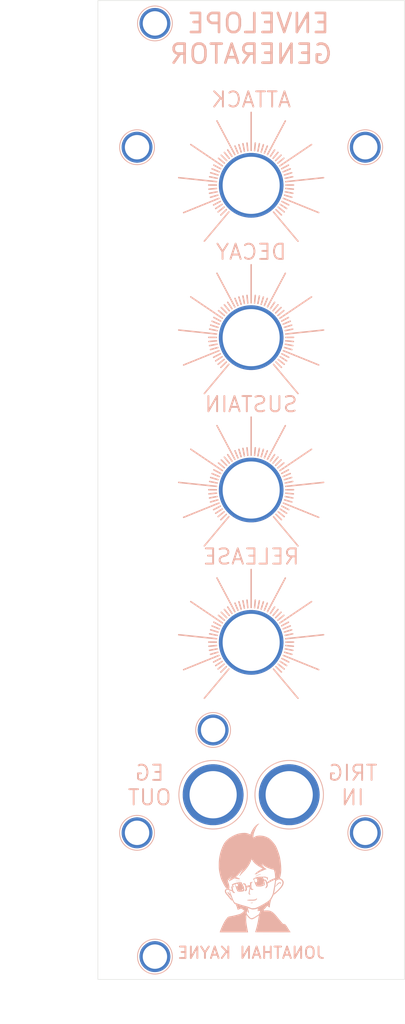
<source format=kicad_pcb>
(kicad_pcb (version 20171130) (host pcbnew "(5.1.0)-1")

  (general
    (thickness 1.6)
    (drawings 20)
    (tracks 0)
    (zones 0)
    (modules 14)
    (nets 14)
  )

  (page A4)
  (layers
    (0 F.Cu signal)
    (31 B.Cu signal)
    (32 B.Adhes user)
    (33 F.Adhes user)
    (34 B.Paste user)
    (35 F.Paste user)
    (36 B.SilkS user)
    (37 F.SilkS user)
    (38 B.Mask user)
    (39 F.Mask user)
    (40 Dwgs.User user)
    (41 Cmts.User user hide)
    (42 Eco1.User user)
    (43 Eco2.User user)
    (44 Edge.Cuts user)
    (45 Margin user)
    (46 B.CrtYd user)
    (47 F.CrtYd user)
    (48 B.Fab user hide)
    (49 F.Fab user hide)
  )

  (setup
    (last_trace_width 0.25)
    (trace_clearance 0.2)
    (zone_clearance 0.508)
    (zone_45_only no)
    (trace_min 0.2)
    (via_size 0.8)
    (via_drill 0.4)
    (via_min_size 0.4)
    (via_min_drill 0.3)
    (uvia_size 0.3)
    (uvia_drill 0.1)
    (uvias_allowed no)
    (uvia_min_size 0.2)
    (uvia_min_drill 0.1)
    (edge_width 0.05)
    (segment_width 0.2)
    (pcb_text_width 0.3)
    (pcb_text_size 1.5 1.5)
    (mod_edge_width 0.12)
    (mod_text_size 1 1)
    (mod_text_width 0.15)
    (pad_size 1.524 1.524)
    (pad_drill 0.762)
    (pad_to_mask_clearance 0.051)
    (solder_mask_min_width 0.25)
    (aux_axis_origin 0 0)
    (visible_elements 7FFFFFFF)
    (pcbplotparams
      (layerselection 0x010f0_ffffffff)
      (usegerberextensions true)
      (usegerberattributes false)
      (usegerberadvancedattributes false)
      (creategerberjobfile false)
      (excludeedgelayer true)
      (linewidth 0.100000)
      (plotframeref false)
      (viasonmask false)
      (mode 1)
      (useauxorigin false)
      (hpglpennumber 1)
      (hpglpenspeed 20)
      (hpglpendiameter 15.000000)
      (psnegative false)
      (psa4output false)
      (plotreference true)
      (plotvalue true)
      (plotinvisibletext false)
      (padsonsilk false)
      (subtractmaskfromsilk false)
      (outputformat 1)
      (mirror false)
      (drillshape 0)
      (scaleselection 1)
      (outputdirectory "Gerber/"))
  )

  (net 0 "")
  (net 1 "Net-(CN1-Pad1)")
  (net 2 "Net-(CN2-Pad1)")
  (net 3 "Net-(CN3-Pad1)")
  (net 4 "Net-(CN4-Pad1)")
  (net 5 "Net-(CN5-Pad1)")
  (net 6 "Net-(CN6-Pad1)")
  (net 7 "Net-(CN7-Pad1)")
  (net 8 "Net-(CN8-Pad1)")
  (net 9 "Net-(CN9-Pad1)")
  (net 10 "Net-(CN10-Pad1)")
  (net 11 "Net-(CN11-Pad1)")
  (net 12 "Net-(CN12-Pad1)")
  (net 13 "Net-(CN13-Pad1)")

  (net_class Default "This is the default net class."
    (clearance 0.2)
    (trace_width 0.25)
    (via_dia 0.8)
    (via_drill 0.4)
    (uvia_dia 0.3)
    (uvia_drill 0.1)
    (add_net "Net-(CN1-Pad1)")
    (add_net "Net-(CN10-Pad1)")
    (add_net "Net-(CN11-Pad1)")
    (add_net "Net-(CN12-Pad1)")
    (add_net "Net-(CN13-Pad1)")
    (add_net "Net-(CN2-Pad1)")
    (add_net "Net-(CN3-Pad1)")
    (add_net "Net-(CN4-Pad1)")
    (add_net "Net-(CN5-Pad1)")
    (add_net "Net-(CN6-Pad1)")
    (add_net "Net-(CN7-Pad1)")
    (add_net "Net-(CN8-Pad1)")
    (add_net "Net-(CN9-Pad1)")
  )

  (module Synth:ChibiHeadSmall (layer B.Cu) (tedit 5CEAED5F) (tstamp 5CEBBF51)
    (at 50.15 145 180)
    (fp_text reference G*** (at 0 0 180) (layer B.Fab) hide
      (effects (font (size 1.524 1.524) (thickness 0.3)) (justify mirror))
    )
    (fp_text value LOGO (at 0.75 0 180) (layer B.Fab) hide
      (effects (font (size 1.524 1.524) (thickness 0.3)) (justify mirror))
    )
    (fp_poly (pts (xy -3.728691 -0.741083) (xy -3.656584 -0.774587) (xy -3.577389 -0.829179) (xy -3.49376 -0.902915)
      (xy -3.408355 -0.99385) (xy -3.323828 -1.100041) (xy -3.242834 -1.219542) (xy -3.20993 -1.274234)
      (xy -3.185409 -1.318179) (xy -3.170945 -1.347356) (xy -3.169157 -1.354576) (xy -3.182246 -1.343013)
      (xy -3.215017 -1.310955) (xy -3.263619 -1.262261) (xy -3.324198 -1.200787) (xy -3.386666 -1.136806)
      (xy -3.48656 -1.037568) (xy -3.575521 -0.956169) (xy -3.65134 -0.894292) (xy -3.711808 -0.853619)
      (xy -3.754718 -0.835834) (xy -3.775928 -0.840168) (xy -3.789578 -0.865627) (xy -3.803881 -0.908202)
      (xy -3.805517 -0.9144) (xy -3.821613 -0.95899) (xy -3.839073 -0.970089) (xy -3.858522 -0.947614)
      (xy -3.876045 -0.905083) (xy -3.88988 -0.856088) (xy -3.888933 -0.820411) (xy -3.875928 -0.78655)
      (xy -3.841019 -0.74512) (xy -3.791055 -0.730613) (xy -3.728691 -0.741083)) (layer B.SilkS) (width 0.01))
    (fp_poly (pts (xy -1.187677 0.312315) (xy -1.129191 0.300754) (xy -1.053282 0.279669) (xy -0.966784 0.251007)
      (xy -0.876535 0.216715) (xy -0.856091 0.208288) (xy -0.80578 0.184487) (xy -0.746278 0.152328)
      (xy -0.684825 0.11628) (xy -0.628665 0.080814) (xy -0.585037 0.050399) (xy -0.561183 0.029507)
      (xy -0.5588 0.024769) (xy -0.565075 0.018294) (xy -0.586945 0.024516) (xy -0.62898 0.045302)
      (xy -0.68475 0.076255) (xy -0.753555 0.112081) (xy -0.836603 0.150383) (xy -0.926331 0.188219)
      (xy -1.015174 0.222643) (xy -1.095567 0.250713) (xy -1.159944 0.269484) (xy -1.198033 0.275997)
      (xy -1.239322 0.281805) (xy -1.252015 0.293643) (xy -1.233846 0.308056) (xy -1.221902 0.312409)
      (xy -1.187677 0.312315)) (layer B.SilkS) (width 0.01))
    (fp_poly (pts (xy 1.751989 -0.557654) (xy 1.846607 -0.56056) (xy 1.931669 -0.565303) (xy 1.999948 -0.571867)
      (xy 2.0066 -0.572766) (xy 2.03108 -0.57747) (xy 2.029296 -0.58119) (xy 1.999732 -0.584008)
      (xy 1.940874 -0.586006) (xy 1.851206 -0.587266) (xy 1.729214 -0.58787) (xy 1.7272 -0.587874)
      (xy 1.598325 -0.587691) (xy 1.501383 -0.586461) (xy 1.434452 -0.584091) (xy 1.395611 -0.580487)
      (xy 1.38294 -0.575554) (xy 1.388534 -0.571293) (xy 1.422514 -0.564752) (xy 1.483077 -0.560135)
      (xy 1.562996 -0.557424) (xy 1.655042 -0.556603) (xy 1.751989 -0.557654)) (layer B.SilkS) (width 0.01))
    (fp_poly (pts (xy -0.133609 -0.688456) (xy -0.088291 -0.698585) (xy -0.027311 -0.715896) (xy 0.001535 -0.72501)
      (xy 0.143934 -0.77135) (xy 0.140327 -0.969875) (xy 0.140107 -1.047324) (xy 0.142187 -1.110637)
      (xy 0.146191 -1.153198) (xy 0.151616 -1.1684) (xy 0.169925 -1.15503) (xy 0.173581 -1.147234)
      (xy 0.195951 -1.130226) (xy 0.243051 -1.126174) (xy 0.308685 -1.134232) (xy 0.386658 -1.153552)
      (xy 0.470772 -1.183289) (xy 0.486898 -1.19003) (xy 0.626662 -1.249984) (xy 0.637425 -1.204959)
      (xy 0.661457 -1.131115) (xy 0.697265 -1.052241) (xy 0.738924 -0.979396) (xy 0.78051 -0.923638)
      (xy 0.796516 -0.907986) (xy 0.837901 -0.877738) (xy 0.875218 -0.866749) (xy 0.926425 -0.869934)
      (xy 0.92947 -0.870346) (xy 1.001466 -0.886682) (xy 1.051296 -0.910536) (xy 1.076937 -0.938068)
      (xy 1.076365 -0.965433) (xy 1.047558 -0.98879) (xy 0.999143 -1.002658) (xy 0.934564 -1.025733)
      (xy 0.879477 -1.072807) (xy 0.832125 -1.146461) (xy 0.790748 -1.249273) (xy 0.76154 -1.35117)
      (xy 0.736416 -1.474805) (xy 0.730006 -1.575999) (xy 0.742339 -1.660554) (xy 0.763297 -1.715318)
      (xy 0.794861 -1.780964) (xy 0.812296 -1.824192) (xy 0.817373 -1.852486) (xy 0.811859 -1.873332)
      (xy 0.803665 -1.886118) (xy 0.783549 -1.905484) (xy 0.75645 -1.907058) (xy 0.723593 -1.897829)
      (xy 0.657248 -1.861871) (xy 0.598799 -1.805803) (xy 0.562066 -1.744134) (xy 0.555478 -1.695601)
      (xy 0.5604 -1.618129) (xy 0.567194 -1.569168) (xy 0.57706 -1.496667) (xy 0.578839 -1.452602)
      (xy 0.572595 -1.432538) (xy 0.569239 -1.430558) (xy 0.52606 -1.418436) (xy 0.465442 -1.403284)
      (xy 0.396851 -1.387236) (xy 0.329757 -1.372426) (xy 0.273628 -1.360987) (xy 0.237931 -1.355054)
      (xy 0.232497 -1.354667) (xy 0.210476 -1.360943) (xy 0.207476 -1.385933) (xy 0.210188 -1.401234)
      (xy 0.216366 -1.439045) (xy 0.224484 -1.499673) (xy 0.233119 -1.572237) (xy 0.236189 -1.6002)
      (xy 0.245846 -1.675877) (xy 0.26047 -1.772849) (xy 0.278164 -1.879248) (xy 0.297032 -1.983203)
      (xy 0.299235 -1.994693) (xy 0.318144 -2.095369) (xy 0.329631 -2.168748) (xy 0.333167 -2.220688)
      (xy 0.328222 -2.25705) (xy 0.314268 -2.283695) (xy 0.290774 -2.306482) (xy 0.269624 -2.322371)
      (xy 0.225886 -2.346201) (xy 0.177728 -2.361405) (xy 0.134872 -2.366434) (xy 0.107043 -2.35974)
      (xy 0.1016 -2.349122) (xy 0.113402 -2.324039) (xy 0.143587 -2.287601) (xy 0.167409 -2.264353)
      (xy 0.233219 -2.204898) (xy 0.199158 -2.029549) (xy 0.17994 -1.906748) (xy 0.168208 -1.771044)
      (xy 0.163146 -1.61267) (xy 0.162982 -1.596023) (xy 0.161589 -1.506852) (xy 0.159141 -1.431008)
      (xy 0.155927 -1.374297) (xy 0.152235 -1.342529) (xy 0.150156 -1.337789) (xy 0.143666 -1.353296)
      (xy 0.136053 -1.394469) (xy 0.128737 -1.453204) (xy 0.127187 -1.468967) (xy 0.11254 -1.574009)
      (xy 0.088744 -1.649767) (xy 0.052092 -1.700386) (xy -0.001124 -1.730007) (xy -0.074612 -1.742774)
      (xy -0.119064 -1.744134) (xy -0.202131 -1.738841) (xy -0.257655 -1.723566) (xy -0.283811 -1.699214)
      (xy -0.278773 -1.666688) (xy -0.278005 -1.665407) (xy -0.248735 -1.639764) (xy -0.210272 -1.62384)
      (xy -0.156449 -1.611307) (xy -0.115992 -1.60206) (xy -0.088728 -1.590974) (xy -0.067567 -1.5689)
      (xy -0.051637 -1.5319) (xy -0.040062 -1.476036) (xy -0.031969 -1.397372) (xy -0.026484 -1.291969)
      (xy -0.023364 -1.184819) (xy -0.016539 -0.887972) (xy -0.092936 -0.812994) (xy -0.142942 -0.75928)
      (xy -0.16634 -0.721351) (xy -0.164653 -0.696135) (xy -0.155098 -0.687468) (xy -0.133609 -0.688456)) (layer B.SilkS) (width 0.01))
    (fp_poly (pts (xy -0.71517 -2.873241) (xy -0.669542 -2.904207) (xy -0.655732 -2.913997) (xy -0.599644 -2.9511)
      (xy -0.545132 -2.979558) (xy -0.486538 -3.000483) (xy -0.418207 -3.014986) (xy -0.334481 -3.024178)
      (xy -0.229704 -3.029173) (xy -0.098219 -3.03108) (xy -0.059267 -3.031206) (xy 0.116639 -3.033286)
      (xy 0.259255 -3.038921) (xy 0.368977 -3.048182) (xy 0.446203 -3.061136) (xy 0.491327 -3.077853)
      (xy 0.504748 -3.098401) (xy 0.486861 -3.122849) (xy 0.483597 -3.12534) (xy 0.467461 -3.132911)
      (xy 0.439562 -3.138783) (xy 0.396188 -3.143138) (xy 0.333627 -3.146159) (xy 0.248168 -3.148027)
      (xy 0.1361 -3.148926) (xy 0.000997 -3.149047) (xy -0.138667 -3.148613) (xy -0.249051 -3.147517)
      (xy -0.334743 -3.145492) (xy -0.400327 -3.142273) (xy -0.450389 -3.137592) (xy -0.489515 -3.131184)
      (xy -0.522289 -3.122782) (xy -0.537673 -3.117769) (xy -0.594602 -3.094642) (xy -0.642617 -3.069206)
      (xy -0.660986 -3.055936) (xy -0.702771 -3.009124) (xy -0.736754 -2.955128) (xy -0.756703 -2.905218)
      (xy -0.75898 -2.878754) (xy -0.753789 -2.862597) (xy -0.741218 -2.860065) (xy -0.71517 -2.873241)) (layer B.SilkS) (width 0.01))
    (fp_poly (pts (xy -0.162065 -3.406704) (xy -0.113563 -3.41455) (xy -0.055826 -3.424943) (xy -0.000812 -3.435688)
      (xy 0.039522 -3.444589) (xy 0.050326 -3.447619) (xy 0.066757 -3.457026) (xy 0.052893 -3.470346)
      (xy 0.050326 -3.471985) (xy 0.007615 -3.484696) (xy -0.051906 -3.486209) (xy -0.113353 -3.477265)
      (xy -0.156633 -3.461648) (xy -0.189251 -3.438175) (xy -0.203794 -3.416498) (xy -0.195939 -3.404282)
      (xy -0.189376 -3.4036) (xy -0.162065 -3.406704)) (layer B.SilkS) (width 0.01))
    (fp_poly (pts (xy -1.005177 6.948579) (xy -0.994833 6.942481) (xy -0.953263 6.920428) (xy -0.921565 6.909216)
      (xy -0.917868 6.908863) (xy -0.887125 6.898187) (xy -0.837445 6.869297) (xy -0.774976 6.826733)
      (xy -0.705865 6.775036) (xy -0.63626 6.718747) (xy -0.572306 6.662406) (xy -0.534492 6.625674)
      (xy -0.473932 6.559527) (xy -0.405481 6.478453) (xy -0.340108 6.395653) (xy -0.312531 6.358467)
      (xy -0.254764 6.271183) (xy -0.189784 6.161174) (xy -0.122241 6.037433) (xy -0.056786 5.908955)
      (xy 0.00193 5.784735) (xy 0.049255 5.673766) (xy 0.06932 5.619983) (xy 0.108079 5.508032)
      (xy 0.19374 5.558731) (xy 0.3452 5.635998) (xy 0.504008 5.691579) (xy 0.674474 5.726102)
      (xy 0.860908 5.740193) (xy 1.067621 5.73448) (xy 1.263731 5.714357) (xy 1.465316 5.684176)
      (xy 1.643267 5.648477) (xy 1.807722 5.604271) (xy 1.968819 5.54857) (xy 2.136695 5.478386)
      (xy 2.2606 5.420524) (xy 2.559565 5.263473) (xy 2.826206 5.096675) (xy 3.06049 4.920157)
      (xy 3.262384 4.733942) (xy 3.431855 4.538057) (xy 3.486412 4.463023) (xy 3.603208 4.275684)
      (xy 3.715606 4.059591) (xy 3.821861 3.819752) (xy 3.92023 3.561176) (xy 4.008967 3.288871)
      (xy 4.08633 3.007845) (xy 4.150574 2.723106) (xy 4.199955 2.439664) (xy 4.206181 2.396066)
      (xy 4.230295 2.187234) (xy 4.247731 1.96229) (xy 4.25834 1.72963) (xy 4.261972 1.497649)
      (xy 4.258475 1.274741) (xy 4.247701 1.069302) (xy 4.232673 0.9144) (xy 4.209203 0.755698)
      (xy 4.175919 0.574862) (xy 4.135003 0.381428) (xy 4.088637 0.184933) (xy 4.039005 -0.005088)
      (xy 3.988289 -0.179099) (xy 3.967407 -0.24446) (xy 3.935499 -0.330428) (xy 3.889608 -0.439152)
      (xy 3.832877 -0.564171) (xy 3.768447 -0.699024) (xy 3.69946 -0.83725) (xy 3.629058 -0.972386)
      (xy 3.560384 -1.097973) (xy 3.509646 -1.185803) (xy 3.443962 -1.291465) (xy 3.379926 -1.385858)
      (xy 3.320863 -1.464616) (xy 3.270101 -1.523373) (xy 3.230967 -1.557762) (xy 3.222764 -1.562331)
      (xy 3.192482 -1.583004) (xy 3.194953 -1.60311) (xy 3.230601 -1.623361) (xy 3.266149 -1.635309)
      (xy 3.352571 -1.673466) (xy 3.41152 -1.72986) (xy 3.444285 -1.806472) (xy 3.452152 -1.905284)
      (xy 3.451382 -1.920348) (xy 3.43452 -2.024881) (xy 3.395975 -2.128077) (xy 3.333238 -2.234644)
      (xy 3.243802 -2.349294) (xy 3.192468 -2.406624) (xy 3.12429 -2.483001) (xy 3.05392 -2.56657)
      (xy 2.990617 -2.646098) (xy 2.951496 -2.698962) (xy 2.899539 -2.7677) (xy 2.832842 -2.848485)
      (xy 2.761078 -2.929891) (xy 2.71032 -2.983892) (xy 2.647791 -3.047306) (xy 2.602931 -3.089822)
      (xy 2.570311 -3.115304) (xy 2.544497 -3.127618) (xy 2.520059 -3.130628) (xy 2.505359 -3.12973)
      (xy 2.476561 -3.128395) (xy 2.455536 -3.134936) (xy 2.436538 -3.155202) (xy 2.413826 -3.195042)
      (xy 2.386077 -3.2512) (xy 2.353591 -3.312521) (xy 2.313398 -3.380345) (xy 2.269903 -3.448178)
      (xy 2.227513 -3.509529) (xy 2.190635 -3.557902) (xy 2.163674 -3.586804) (xy 2.154802 -3.592028)
      (xy 2.12917 -3.595386) (xy 2.104272 -3.598168) (xy 2.052875 -3.615666) (xy 2.015892 -3.658597)
      (xy 1.996744 -3.704143) (xy 1.973942 -3.761914) (xy 1.946952 -3.816421) (xy 1.946568 -3.817088)
      (xy 1.929891 -3.853526) (xy 1.906824 -3.914032) (xy 1.880427 -3.990153) (xy 1.854061 -4.072467)
      (xy 1.822738 -4.173796) (xy 1.7992 -4.247385) (xy 1.78154 -4.297944) (xy 1.767855 -4.330185)
      (xy 1.756239 -4.348819) (xy 1.744788 -4.358555) (xy 1.736893 -4.362206) (xy 1.711623 -4.358456)
      (xy 1.666555 -4.340093) (xy 1.610383 -4.310803) (xy 1.596373 -4.30265) (xy 1.527865 -4.264694)
      (xy 1.457857 -4.230313) (xy 1.401019 -4.206692) (xy 1.398969 -4.205985) (xy 1.317617 -4.178265)
      (xy 1.213375 -4.250978) (xy 1.144327 -4.298786) (xy 1.069771 -4.349865) (xy 1.015376 -4.386728)
      (xy 0.949236 -4.432693) (xy 0.909822 -4.465164) (xy 0.894759 -4.487966) (xy 0.901669 -4.504926)
      (xy 0.928178 -4.519869) (xy 0.931738 -4.521368) (xy 0.972723 -4.546573) (xy 1.020516 -4.587393)
      (xy 1.046312 -4.61427) (xy 1.133317 -4.698781) (xy 1.241668 -4.781759) (xy 1.359615 -4.854502)
      (xy 1.397114 -4.874023) (xy 1.450671 -4.895916) (xy 1.532398 -4.923259) (xy 1.637273 -4.954777)
      (xy 1.760276 -4.989193) (xy 1.896385 -5.02523) (xy 2.040579 -5.061611) (xy 2.187836 -5.097058)
      (xy 2.333134 -5.130296) (xy 2.471453 -5.160047) (xy 2.597772 -5.185034) (xy 2.672671 -5.198387)
      (xy 2.792539 -5.219536) (xy 2.884101 -5.238162) (xy 2.952695 -5.255617) (xy 3.003659 -5.273252)
      (xy 3.040971 -5.291614) (xy 3.083719 -5.320654) (xy 3.110778 -5.3467) (xy 3.115734 -5.357479)
      (xy 3.126249 -5.380383) (xy 3.153923 -5.419932) (xy 3.192946 -5.467886) (xy 3.196167 -5.47159)
      (xy 3.263003 -5.549641) (xy 3.31813 -5.618498) (xy 3.368052 -5.687253) (xy 3.419271 -5.764993)
      (xy 3.47829 -5.86081) (xy 3.497489 -5.892766) (xy 3.564922 -6.011654) (xy 3.639524 -6.153903)
      (xy 3.718372 -6.313037) (xy 3.798543 -6.48258) (xy 3.877114 -6.656057) (xy 3.951161 -6.826991)
      (xy 4.017762 -6.988907) (xy 4.073994 -7.135329) (xy 4.116934 -7.259781) (xy 4.122338 -7.2771)
      (xy 4.134016 -7.3152) (xy 0.405755 -7.3152) (xy 0.414464 -7.2771) (xy 0.436385 -7.175621)
      (xy 0.461554 -7.049863) (xy 0.488737 -6.906865) (xy 0.516697 -6.753669) (xy 0.544201 -6.597313)
      (xy 0.570014 -6.444839) (xy 0.592901 -6.303287) (xy 0.611627 -6.179695) (xy 0.624958 -6.081105)
      (xy 0.626512 -6.068088) (xy 0.63854 -5.960823) (xy 0.647077 -5.871268) (xy 0.652358 -5.790898)
      (xy 0.654618 -5.711186) (xy 0.654091 -5.623609) (xy 0.651012 -5.519639) (xy 0.645617 -5.390753)
      (xy 0.645342 -5.384626) (xy 0.64017 -5.275449) (xy 0.635083 -5.178177) (xy 0.630377 -5.097716)
      (xy 0.626349 -5.038976) (xy 0.623293 -5.006864) (xy 0.62228 -5.002369) (xy 0.610795 -5.012372)
      (xy 0.585986 -5.044395) (xy 0.552814 -5.091954) (xy 0.546359 -5.101631) (xy 0.50492 -5.158744)
      (xy 0.448194 -5.2297) (xy 0.384629 -5.304187) (xy 0.339457 -5.354125) (xy 0.229685 -5.460811)
      (xy 0.126637 -5.536268) (xy 0.026847 -5.581563) (xy -0.073151 -5.597764) (xy -0.176823 -5.585939)
      (xy -0.287443 -5.547241) (xy -0.334609 -5.522913) (xy -0.401319 -5.484269) (xy -0.482049 -5.43493)
      (xy -0.571274 -5.378519) (xy -0.663471 -5.318657) (xy -0.753116 -5.258966) (xy -0.834684 -5.203069)
      (xy -0.902653 -5.154587) (xy -0.951497 -5.117143) (xy -0.972866 -5.097818) (xy -1.003012 -5.070728)
      (xy -1.022716 -5.064132) (xy -1.025759 -5.079672) (xy -1.024316 -5.084234) (xy -1.019362 -5.107298)
      (xy -1.010381 -5.157904) (xy -0.998369 -5.230102) (xy -0.984321 -5.317941) (xy -0.972624 -5.393267)
      (xy -0.921808 -5.699388) (xy -0.863613 -6.005191) (xy -0.799626 -6.303566) (xy -0.731435 -6.587408)
      (xy -0.66063 -6.849609) (xy -0.608912 -7.021034) (xy -0.583734 -7.103986) (xy -0.5635 -7.177725)
      (xy -0.550035 -7.235056) (xy -0.54516 -7.268784) (xy -0.545342 -7.271839) (xy -0.550333 -7.306733)
      (xy -2.865966 -7.311027) (xy -3.143085 -7.311474) (xy -3.410739 -7.311775) (xy -3.66699 -7.311935)
      (xy -3.909899 -7.311957) (xy -4.137527 -7.311847) (xy -4.347937 -7.311607) (xy -4.539189 -7.311242)
      (xy -4.709345 -7.310756) (xy -4.856465 -7.310154) (xy -4.978612 -7.30944) (xy -5.073847 -7.308618)
      (xy -5.140231 -7.307692) (xy -5.175826 -7.306666) (xy -5.1816 -7.306019) (xy -5.172643 -7.289499)
      (xy -5.147902 -7.249897) (xy -5.110576 -7.19218) (xy -5.063859 -7.121315) (xy -5.031697 -7.073126)
      (xy -4.973029 -6.98447) (xy -4.914515 -6.894041) (xy -4.861813 -6.810713) (xy -4.82058 -6.743362)
      (xy -4.809904 -6.725204) (xy -4.763208 -6.647304) (xy -4.709723 -6.562301) (xy -4.660983 -6.488521)
      (xy -4.660719 -6.488137) (xy -4.58899 -6.388431) (xy -4.527007 -6.315358) (xy -4.46954 -6.265176)
      (xy -4.411358 -6.234144) (xy -4.34723 -6.218518) (xy -4.278276 -6.214533) (xy -4.218085 -6.211258)
      (xy -4.181765 -6.199661) (xy -4.163432 -6.182515) (xy -4.13869 -6.150821) (xy -4.096376 -6.099119)
      (xy -4.041164 -6.032936) (xy -3.977725 -5.957802) (xy -3.910731 -5.879244) (xy -3.844855 -5.802792)
      (xy -3.784769 -5.733974) (xy -3.775498 -5.723467) (xy -3.725012 -5.664465) (xy -3.660927 -5.586757)
      (xy -3.590008 -5.498696) (xy -3.519021 -5.408634) (xy -3.487464 -5.367867) (xy -3.414519 -5.277079)
      (xy -3.325516 -5.172623) (xy -3.228971 -5.064134) (xy -3.1334 -4.961245) (xy -3.07402 -4.900107)
      (xy -2.985293 -4.811862) (xy -2.914081 -4.743951) (xy -2.85491 -4.691836) (xy -2.802309 -4.65098)
      (xy -2.750804 -4.616847) (xy -2.694922 -4.584899) (xy -2.6917 -4.583162) (xy -2.584752 -4.530115)
      (xy -2.558475 -4.520076) (xy -1.202267 -4.520076) (xy -1.195718 -4.541113) (xy -1.178485 -4.583896)
      (xy -1.154188 -4.639475) (xy -1.152225 -4.643813) (xy -1.12301 -4.713542) (xy -1.097088 -4.784497)
      (xy -1.082083 -4.834005) (xy -1.063144 -4.888644) (xy -1.032826 -4.930268) (xy -0.983957 -4.970703)
      (xy -0.929248 -5.008661) (xy -0.854782 -5.057625) (xy -0.766177 -5.114165) (xy -0.669051 -5.174849)
      (xy -0.569021 -5.236246) (xy -0.471706 -5.294926) (xy -0.382723 -5.347457) (xy -0.307691 -5.390408)
      (xy -0.252226 -5.420349) (xy -0.231352 -5.430351) (xy -0.133489 -5.459943) (xy -0.035 -5.467315)
      (xy 0.053222 -5.452048) (xy 0.077713 -5.442214) (xy 0.121773 -5.412848) (xy 0.180466 -5.36173)
      (xy 0.248536 -5.294515) (xy 0.320723 -5.21686) (xy 0.391771 -5.134421) (xy 0.45642 -5.052855)
      (xy 0.509413 -4.977817) (xy 0.509438 -4.977779) (xy 0.551975 -4.910347) (xy 0.578262 -4.861724)
      (xy 0.591758 -4.823179) (xy 0.595922 -4.78598) (xy 0.595386 -4.760792) (xy 0.589334 -4.681509)
      (xy 0.578459 -4.627948) (xy 0.559641 -4.592012) (xy 0.529762 -4.565598) (xy 0.51718 -4.557731)
      (xy 0.460874 -4.52451) (xy 0.415122 -4.632161) (xy 0.378767 -4.708465) (xy 0.34713 -4.756093)
      (xy 0.321471 -4.773414) (xy 0.309537 -4.768648) (xy 0.30454 -4.744077) (xy 0.307528 -4.693693)
      (xy 0.317246 -4.624264) (xy 0.332437 -4.542557) (xy 0.351847 -4.455342) (xy 0.374221 -4.369386)
      (xy 0.397761 -4.293041) (xy 0.42081 -4.223085) (xy 0.438179 -4.165974) (xy 0.447853 -4.128625)
      (xy 0.448815 -4.117704) (xy 0.431529 -4.120856) (xy 0.387537 -4.13358) (xy 0.322087 -4.154227)
      (xy 0.240426 -4.181148) (xy 0.160377 -4.208355) (xy -0.121618 -4.305451) (xy -0.335976 -4.296549)
      (xy -0.482079 -4.285746) (xy -0.605522 -4.265079) (xy -0.716683 -4.232113) (xy -0.825942 -4.184416)
      (xy -0.836056 -4.179308) (xy -0.901875 -4.145729) (xy -0.890386 -4.191507) (xy -0.873034 -4.269316)
      (xy -0.865724 -4.332593) (xy -0.867149 -4.398715) (xy -0.871391 -4.444531) (xy -0.881215 -4.510668)
      (xy -0.89373 -4.546293) (xy -0.906958 -4.555067) (xy -0.928316 -4.540617) (xy -0.941443 -4.512216)
      (xy -0.95849 -4.480026) (xy -0.979865 -4.476962) (xy -1.01138 -4.483001) (xy -1.0633 -4.490521)
      (xy -1.1049 -4.495632) (xy -1.157145 -4.503675) (xy -1.192485 -4.51314) (xy -1.202267 -4.520076)
      (xy -2.558475 -4.520076) (xy -2.485792 -4.492308) (xy -2.384962 -4.467438) (xy -2.272402 -4.453204)
      (xy -2.138253 -4.447302) (xy -2.1082 -4.446922) (xy -2.012933 -4.446851) (xy -1.918434 -4.448095)
      (xy -1.835915 -4.450432) (xy -1.77875 -4.453467) (xy -1.669433 -4.461934) (xy -1.653443 -4.406587)
      (xy -1.646924 -4.378169) (xy -1.649591 -4.355042) (xy -1.665747 -4.329887) (xy -1.699696 -4.295383)
      (xy -1.741103 -4.257443) (xy -1.799051 -4.200818) (xy -1.866012 -4.12903) (xy -1.93089 -4.054168)
      (xy -1.955816 -4.0235) (xy -2.007573 -3.960631) (xy -2.05734 -3.904407) (xy -2.098105 -3.862549)
      (xy -2.116118 -3.84695) (xy -2.149126 -3.824283) (xy -2.165245 -3.821695) (xy -2.174129 -3.838229)
      (xy -2.175058 -3.841108) (xy -2.195932 -3.876998) (xy -2.234136 -3.918983) (xy -2.282626 -3.961749)
      (xy -2.334359 -3.99998) (xy -2.382289 -4.02836) (xy -2.419373 -4.041575) (xy -2.436096 -4.038082)
      (xy -2.4406 -4.018643) (xy -2.446163 -3.972557) (xy -2.452036 -3.906998) (xy -2.456846 -3.839232)
      (xy -2.470925 -3.704413) (xy -2.497129 -3.544912) (xy -2.534188 -3.367157) (xy -2.580836 -3.177574)
      (xy -2.604557 -3.090334) (xy -2.631227 -3.014455) (xy -2.66928 -2.929357) (xy -2.710492 -2.853432)
      (xy -2.710594 -2.853267) (xy -2.75111 -2.782771) (xy -2.797029 -2.695838) (xy -2.840648 -2.607261)
      (xy -2.856095 -2.573867) (xy -2.893188 -2.495382) (xy -2.923989 -2.44086) (xy -2.953888 -2.402476)
      (xy -2.988272 -2.372404) (xy -3.001072 -2.363279) (xy -3.126369 -2.27086) (xy -3.262918 -2.159156)
      (xy -3.405625 -2.0332) (xy -3.549395 -1.898024) (xy -3.689133 -1.75866) (xy -3.819743 -1.620139)
      (xy -3.936131 -1.487495) (xy -4.033202 -1.365758) (xy -4.084857 -1.29286) (xy -4.156865 -1.176578)
      (xy -4.207507 -1.074302) (xy -4.240196 -0.976952) (xy -4.258347 -0.875449) (xy -4.263129 -0.818762)
      (xy -4.263607 -0.806635) (xy -4.119483 -0.806635) (xy -4.117263 -0.872869) (xy -4.109403 -0.926281)
      (xy -4.092615 -0.979646) (xy -4.063612 -1.045737) (xy -4.051342 -1.071396) (xy -4.009863 -1.150391)
      (xy -3.961426 -1.232524) (xy -3.915363 -1.302123) (xy -3.907878 -1.312334) (xy -3.814161 -1.429257)
      (xy -3.699884 -1.558724) (xy -3.572005 -1.693535) (xy -3.437483 -1.826494) (xy -3.303276 -1.950401)
      (xy -3.22834 -2.015269) (xy -3.152559 -2.078968) (xy -3.086327 -2.134468) (xy -3.033738 -2.178352)
      (xy -2.998885 -2.207206) (xy -2.985865 -2.217614) (xy -2.987815 -2.203768) (xy -2.996367 -2.169014)
      (xy -2.99792 -2.163234) (xy -3.011328 -2.106421) (xy -3.028724 -2.02156) (xy -3.049194 -1.914109)
      (xy -3.071824 -1.789529) (xy -3.0957 -1.653281) (xy -3.119909 -1.510825) (xy -3.143537 -1.367621)
      (xy -3.165669 -1.22913) (xy -3.185391 -1.100813) (xy -3.201791 -0.988128) (xy -3.213953 -0.896538)
      (xy -3.220964 -0.831503) (xy -3.221109 -0.829733) (xy -3.23116 -0.721214) (xy -3.243917 -0.639959)
      (xy -3.263206 -0.579384) (xy -3.292855 -0.532906) (xy -3.336691 -0.49394) (xy -3.398539 -0.455904)
      (xy -3.456013 -0.42558) (xy -3.535292 -0.387698) (xy -3.596861 -0.36575) (xy -3.650922 -0.356491)
      (xy -3.676035 -0.3556) (xy -3.778869 -0.37136) (xy -3.881038 -0.41543) (xy -3.974818 -0.482998)
      (xy -4.052485 -0.569252) (xy -4.075229 -0.604319) (xy -4.099982 -0.652338) (xy -4.113594 -0.6985)
      (xy -4.118992 -0.756199) (xy -4.119483 -0.806635) (xy -4.263607 -0.806635) (xy -4.266055 -0.744581)
      (xy -4.263048 -0.691022) (xy -4.252145 -0.645074) (xy -4.231383 -0.593726) (xy -4.228084 -0.58647)
      (xy -4.191731 -0.52141) (xy -4.142818 -0.451628) (xy -4.105488 -0.407248) (xy -4.051809 -0.358276)
      (xy -3.985523 -0.309851) (xy -3.915513 -0.26726) (xy -3.850658 -0.235789) (xy -3.79984 -0.220722)
      (xy -3.791113 -0.220133) (xy -3.773341 -0.217551) (xy -3.769188 -0.204135) (xy -3.778052 -0.171386)
      (xy -3.786013 -0.148394) (xy -3.789342 -0.13745) (xy -3.154941 -0.13745) (xy -3.153147 -0.178279)
      (xy -3.142527 -0.19986) (xy -3.113307 -0.217852) (xy -3.058885 -0.235909) (xy -3.039546 -0.24113)
      (xy -2.964599 -0.264843) (xy -2.869444 -0.300873) (xy -2.763486 -0.345108) (xy -2.656132 -0.393434)
      (xy -2.556786 -0.44174) (xy -2.474857 -0.485914) (xy -2.461358 -0.49391) (xy -2.405287 -0.529944)
      (xy -2.334364 -0.57854) (xy -2.260475 -0.631469) (xy -2.229641 -0.654345) (xy -2.091266 -0.758356)
      (xy -2.064568 -0.688211) (xy -2.041572 -0.627294) (xy -2.015966 -0.558772) (xy -2.007866 -0.53693)
      (xy -1.982739 -0.484243) (xy -1.953061 -0.44271) (xy -1.939339 -0.430553) (xy -1.895451 -0.411552)
      (xy -1.8375 -0.398435) (xy -1.777657 -0.392559) (xy -1.728092 -0.395281) (xy -1.704272 -0.404349)
      (xy -1.686963 -0.411678) (xy -1.675679 -0.393613) (xy -1.66972 -0.368572) (xy -1.655036 -0.327881)
      (xy -1.626309 -0.270937) (xy -1.589294 -0.208961) (xy -1.582747 -0.198967) (xy -1.506797 -0.084667)
      (xy -1.575642 -0.084667) (xy -1.621665 -0.088181) (xy -1.688363 -0.097554) (xy -1.766755 -0.111029)
      (xy -1.847859 -0.12685) (xy -1.922692 -0.143263) (xy -1.982274 -0.15851) (xy -2.017621 -0.170837)
      (xy -2.018315 -0.171198) (xy -2.036446 -0.193748) (xy -2.059924 -0.241046) (xy -2.085041 -0.305203)
      (xy -2.094515 -0.333203) (xy -2.12355 -0.414794) (xy -2.147736 -0.46703) (xy -2.166036 -0.489284)
      (xy -2.177417 -0.480926) (xy -2.180845 -0.441327) (xy -2.176796 -0.383225) (xy -2.172967 -0.285727)
      (xy -2.184267 -0.212117) (xy -2.184948 -0.210005) (xy -2.194471 -0.17357) (xy -2.192292 -0.145969)
      (xy -2.173986 -0.123407) (xy -2.135128 -0.102091) (xy -2.071295 -0.078228) (xy -2.0066 -0.057089)
      (xy -1.8542 -0.008467) (xy -1.405467 -0.010069) (xy -1.251653 -0.011092) (xy -1.126075 -0.013448)
      (xy -1.023109 -0.017888) (xy -0.937127 -0.025162) (xy -0.862506 -0.036019) (xy -0.79362 -0.051211)
      (xy -0.724843 -0.071487) (xy -0.650551 -0.097598) (xy -0.597115 -0.11787) (xy -0.507056 -0.156159)
      (xy -0.425081 -0.197542) (xy -0.355079 -0.239229) (xy -0.300938 -0.278433) (xy -0.266546 -0.312362)
      (xy -0.255791 -0.338228) (xy -0.27007 -0.35249) (xy -0.280669 -0.36843) (xy -0.278506 -0.37398)
      (xy -0.280127 -0.387055) (xy -0.30006 -0.388141) (xy -0.325177 -0.377843) (xy -0.332957 -0.37147)
      (xy -0.34553 -0.371433) (xy -0.355945 -0.40098) (xy -0.36272 -0.442169) (xy -0.374836 -0.499974)
      (xy -0.397858 -0.581229) (xy -0.429133 -0.678351) (xy -0.466005 -0.783757) (xy -0.50582 -0.889863)
      (xy -0.545924 -0.989088) (xy -0.583662 -1.073847) (xy -0.584339 -1.075267) (xy -0.61955 -1.140988)
      (xy -0.658431 -1.201227) (xy -0.692807 -1.24337) (xy -0.694077 -1.2446) (xy -0.747274 -1.2954)
      (xy -1.312333 -1.2954) (xy -1.532467 -1.2192) (xy -1.624545 -1.186401) (xy -1.688649 -1.161007)
      (xy -1.729278 -1.140821) (xy -1.750933 -1.123646) (xy -1.757893 -1.109134) (xy -1.766494 -1.030638)
      (xy -1.66035 -1.030638) (xy -1.647325 -1.068489) (xy -1.614132 -1.094732) (xy -1.581953 -1.100667)
      (xy -1.542817 -1.090064) (xy -1.524773 -1.076199) (xy -1.506297 -1.033587) (xy -1.51448 -0.993355)
      (xy -1.542657 -0.963902) (xy -1.58416 -0.953626) (xy -1.615818 -0.96152) (xy -1.650688 -0.991531)
      (xy -1.66035 -1.030638) (xy -1.766494 -1.030638) (xy -1.771781 -0.982396) (xy -1.770745 -0.862862)
      (xy -1.754287 -0.734876) (xy -1.744388 -0.683211) (xy -1.728373 -0.60693) (xy -1.713854 -0.541214)
      (xy -1.703559 -0.497937) (xy -0.807557 -0.497937) (xy -0.80572 -0.573231) (xy -0.79345 -0.643542)
      (xy -0.772254 -0.697292) (xy -0.760607 -0.712593) (xy -0.714361 -0.737974) (xy -0.651848 -0.746853)
      (xy -0.586202 -0.739535) (xy -0.530558 -0.716325) (xy -0.5185 -0.706967) (xy -0.495286 -0.67412)
      (xy -0.467932 -0.618148) (xy -0.440058 -0.548891) (xy -0.415285 -0.476191) (xy -0.397235 -0.409888)
      (xy -0.389529 -0.359822) (xy -0.389467 -0.356306) (xy -0.399418 -0.335042) (xy -0.432142 -0.311374)
      (xy -0.491948 -0.282434) (xy -0.515289 -0.272514) (xy -0.576404 -0.247952) (xy -0.62619 -0.229564)
      (xy -0.655859 -0.220548) (xy -0.659116 -0.220133) (xy -0.682117 -0.234138) (xy -0.713106 -0.270308)
      (xy -0.746283 -0.319874) (xy -0.775848 -0.374069) (xy -0.796 -0.424125) (xy -0.797456 -0.429237)
      (xy -0.807557 -0.497937) (xy -1.703559 -0.497937) (xy -1.702693 -0.494301) (xy -1.697647 -0.476412)
      (xy -1.693464 -0.459139) (xy -1.705256 -0.464659) (xy -1.721195 -0.478155) (xy -1.762124 -0.505282)
      (xy -1.807393 -0.525911) (xy -1.830463 -0.53624) (xy -1.849447 -0.552795) (xy -1.867644 -0.581346)
      (xy -1.888351 -0.627661) (xy -1.914868 -0.697509) (xy -1.930963 -0.742023) (xy -1.961151 -0.832098)
      (xy -1.988371 -0.924079) (xy -2.009312 -1.006153) (xy -2.019561 -1.058333) (xy -2.037183 -1.176867)
      (xy -1.958392 -1.322192) (xy -1.912574 -1.411662) (xy -1.886892 -1.474602) (xy -1.88147 -1.511806)
      (xy -1.896431 -1.524067) (xy -1.9319 -1.512178) (xy -1.983163 -1.480307) (xy -2.05404 -1.416271)
      (xy -2.115336 -1.333799) (xy -2.149587 -1.264664) (xy -2.160922 -1.212256) (xy -2.166387 -1.139922)
      (xy -2.16589 -1.061107) (xy -2.159339 -0.989256) (xy -2.151715 -0.952388) (xy -2.144266 -0.915723)
      (xy -2.146647 -0.897816) (xy -2.147892 -0.897467) (xy -2.166884 -0.889478) (xy -2.207834 -0.868065)
      (xy -2.263558 -0.83706) (xy -2.294877 -0.819064) (xy -2.419288 -0.747323) (xy -2.523824 -0.688364)
      (xy -2.617531 -0.637353) (xy -2.709458 -0.589453) (xy -2.808653 -0.539831) (xy -2.907619 -0.491634)
      (xy -3.153155 -0.373041) (xy -3.141506 -0.52942) (xy -3.119823 -0.757673) (xy -3.088957 -0.993466)
      (xy -3.051358 -1.218758) (xy -3.039763 -1.278467) (xy -3.022061 -1.368513) (xy -3.000732 -1.480177)
      (xy -2.977984 -1.601714) (xy -2.956028 -1.721383) (xy -2.946972 -1.771621) (xy -2.917349 -1.931332)
      (xy -2.890292 -2.063544) (xy -2.864243 -2.174369) (xy -2.837647 -2.269925) (xy -2.808945 -2.356324)
      (xy -2.777395 -2.437718) (xy -2.681249 -2.646039) (xy -2.574041 -2.833464) (xy -2.458539 -2.995617)
      (xy -2.345545 -3.120445) (xy -2.276071 -3.180168) (xy -2.179734 -3.252013) (xy -2.060307 -3.333671)
      (xy -1.921564 -3.42283) (xy -1.767279 -3.517177) (xy -1.601224 -3.614402) (xy -1.427173 -3.712193)
      (xy -1.2489 -3.808238) (xy -1.083733 -3.893408) (xy -0.936744 -3.966606) (xy -0.813932 -4.025133)
      (xy -0.709809 -4.070651) (xy -0.618885 -4.104826) (xy -0.535671 -4.12932) (xy -0.454679 -4.145798)
      (xy -0.370419 -4.155923) (xy -0.277403 -4.161359) (xy -0.192859 -4.163453) (xy -0.131244 -4.163573)
      (xy -0.082978 -4.160034) (xy -0.038297 -4.150343) (xy 0.012564 -4.13201) (xy 0.07937 -4.102541)
      (xy 0.120408 -4.083503) (xy 0.263092 -4.022083) (xy 0.427057 -3.961353) (xy 0.615338 -3.900336)
      (xy 0.830976 -3.838051) (xy 1.077007 -3.77352) (xy 1.100667 -3.767588) (xy 1.161226 -3.750914)
      (xy 1.247232 -3.725128) (xy 1.352182 -3.692355) (xy 1.469574 -3.654717) (xy 1.592906 -3.614339)
      (xy 1.715676 -3.573344) (xy 1.831382 -3.533856) (xy 1.933521 -3.497999) (xy 1.998134 -3.47446)
      (xy 2.083959 -3.439189) (xy 2.151188 -3.404932) (xy 2.193245 -3.375108) (xy 2.197221 -3.37095)
      (xy 2.234941 -3.317651) (xy 2.280772 -3.235752) (xy 2.333042 -3.129078) (xy 2.390081 -3.001452)
      (xy 2.395364 -2.988734) (xy 2.506098 -2.988734) (xy 2.616512 -2.8702) (xy 2.677673 -2.801566)
      (xy 2.741161 -2.725512) (xy 2.795349 -2.656073) (xy 2.80593 -2.6416) (xy 2.926632 -2.48347)
      (xy 3.059945 -2.329402) (xy 3.11901 -2.266186) (xy 3.198307 -2.16999) (xy 3.260631 -2.0682)
      (xy 3.301382 -1.969245) (xy 3.314417 -1.907943) (xy 3.310738 -1.837579) (xy 3.280499 -1.78433)
      (xy 3.22182 -1.746138) (xy 3.145946 -1.723509) (xy 3.085593 -1.713198) (xy 3.041267 -1.713587)
      (xy 2.996483 -1.725893) (xy 2.969657 -1.736526) (xy 2.890154 -1.769534) (xy 2.851419 -1.921934)
      (xy 2.827703 -2.00986) (xy 2.800117 -2.104151) (xy 2.773946 -2.186864) (xy 2.769512 -2.199959)
      (xy 2.750055 -2.259849) (xy 2.737106 -2.306215) (xy 2.732885 -2.33088) (xy 2.733427 -2.332672)
      (xy 2.747153 -2.323866) (xy 2.780077 -2.294848) (xy 2.82781 -2.249706) (xy 2.88596 -2.192528)
      (xy 2.91071 -2.16765) (xy 2.972554 -2.106985) (xy 3.026854 -2.057227) (xy 3.068937 -2.022397)
      (xy 3.094124 -2.006517) (xy 3.098319 -2.006303) (xy 3.11435 -2.028491) (xy 3.111041 -2.064946)
      (xy 3.087367 -2.117518) (xy 3.042299 -2.18806) (xy 2.974811 -2.278423) (xy 2.887908 -2.385618)
      (xy 2.829106 -2.455118) (xy 2.770907 -2.521961) (xy 2.720606 -2.577873) (xy 2.689472 -2.610661)
      (xy 2.648303 -2.656959) (xy 2.616133 -2.702224) (xy 2.605592 -2.72271) (xy 2.59051 -2.762372)
      (xy 2.568653 -2.820556) (xy 2.546984 -2.878667) (xy 2.506098 -2.988734) (xy 2.395364 -2.988734)
      (xy 2.450218 -2.8567) (xy 2.511784 -2.698644) (xy 2.573106 -2.531109) (xy 2.608303 -2.429934)
      (xy 2.646587 -2.321408) (xy 2.688207 -2.209636) (xy 2.729333 -2.104515) (xy 2.766132 -2.015941)
      (xy 2.784113 -1.975772) (xy 2.815771 -1.906572) (xy 2.8412 -1.848366) (xy 2.857411 -1.808167)
      (xy 2.861734 -1.793739) (xy 2.849739 -1.77886) (xy 2.82248 -1.779786) (xy 2.793041 -1.793791)
      (xy 2.777372 -1.811297) (xy 2.750379 -1.835227) (xy 2.700668 -1.859539) (xy 2.639113 -1.880326)
      (xy 2.576589 -1.893684) (xy 2.540043 -1.896534) (xy 2.512656 -1.901078) (xy 2.491438 -1.919596)
      (xy 2.469843 -1.959412) (xy 2.456831 -1.989666) (xy 2.426187 -2.049314) (xy 2.390551 -2.098195)
      (xy 2.370667 -2.116666) (xy 2.313797 -2.142746) (xy 2.250487 -2.15043) (xy 2.193156 -2.139656)
      (xy 2.159966 -2.117734) (xy 2.14107 -2.082896) (xy 2.149575 -2.057339) (xy 2.177774 -2.048934)
      (xy 2.237342 -2.032675) (xy 2.291181 -1.98656) (xy 2.334692 -1.91458) (xy 2.335977 -1.911627)
      (xy 2.355657 -1.857439) (xy 2.376543 -1.78589) (xy 2.39731 -1.703552) (xy 2.416632 -1.616997)
      (xy 2.433181 -1.532798) (xy 2.445631 -1.457528) (xy 2.452656 -1.397758) (xy 2.452929 -1.360061)
      (xy 2.449183 -1.350693) (xy 2.401134 -1.338425) (xy 2.345169 -1.353109) (xy 2.312792 -1.373531)
      (xy 2.28062 -1.395726) (xy 2.261548 -1.403103) (xy 2.260533 -1.402578) (xy 2.265838 -1.386259)
      (xy 2.285858 -1.348704) (xy 2.316723 -1.296989) (xy 2.328718 -1.277881) (xy 2.363483 -1.221122)
      (xy 2.389796 -1.174285) (xy 2.403234 -1.145377) (xy 2.404093 -1.141437) (xy 2.390096 -1.127409)
      (xy 2.353281 -1.104302) (xy 2.301991 -1.076304) (xy 2.244568 -1.047602) (xy 2.189355 -1.022384)
      (xy 2.144693 -1.004838) (xy 2.120471 -0.999067) (xy 2.107271 -1.004673) (xy 2.096775 -1.02529)
      (xy 2.087339 -1.06661) (xy 2.077319 -1.13433) (xy 2.074043 -1.159934) (xy 2.059645 -1.235046)
      (xy 2.034199 -1.327971) (xy 2.000235 -1.432376) (xy 1.960287 -1.541927) (xy 1.916886 -1.650293)
      (xy 1.872564 -1.751139) (xy 1.829854 -1.838134) (xy 1.791288 -1.904945) (xy 1.760424 -1.944298)
      (xy 1.744654 -1.957726) (xy 1.72712 -1.967204) (xy 1.702412 -1.973175) (xy 1.665124 -1.97608)
      (xy 1.609847 -1.976361) (xy 1.531173 -1.974461) (xy 1.432141 -1.971118) (xy 1.322136 -1.96676)
      (xy 1.239151 -1.961936) (xy 1.176343 -1.955733) (xy 1.12687 -1.947238) (xy 1.083887 -1.935537)
      (xy 1.040551 -1.919716) (xy 1.037293 -1.918417) (xy 0.982234 -1.894874) (xy 0.940779 -1.874347)
      (xy 0.922143 -1.861496) (xy 0.916155 -1.838127) (xy 0.909452 -1.791671) (xy 0.904254 -1.740591)
      (xy 0.904127 -1.737809) (xy 1.053049 -1.737809) (xy 1.0677 -1.770618) (xy 1.101783 -1.788855)
      (xy 1.148083 -1.790102) (xy 1.190317 -1.775661) (xy 1.207286 -1.759454) (xy 1.217015 -1.718461)
      (xy 1.206816 -1.673692) (xy 1.181396 -1.640529) (xy 1.169 -1.634257) (xy 1.12364 -1.634193)
      (xy 1.084738 -1.657429) (xy 1.05898 -1.694968) (xy 1.053049 -1.737809) (xy 0.904127 -1.737809)
      (xy 0.901814 -1.687546) (xy 0.905127 -1.636318) (xy 0.915699 -1.577806) (xy 0.935036 -1.50291)
      (xy 0.954794 -1.435191) (xy 0.989635 -1.322251) (xy 1.020087 -1.23385) (xy 1.049995 -1.161678)
      (xy 1.052826 -1.156198) (xy 1.732589 -1.156198) (xy 1.740412 -1.209056) (xy 1.741923 -1.212645)
      (xy 1.759195 -1.241348) (xy 1.772147 -1.247631) (xy 1.772183 -1.247595) (xy 1.790133 -1.249862)
      (xy 1.807511 -1.263225) (xy 1.845034 -1.278894) (xy 1.89853 -1.274654) (xy 1.95762 -1.251874)
      (xy 1.975797 -1.241036) (xy 2.005017 -1.206971) (xy 2.026697 -1.145749) (xy 2.032245 -1.12049)
      (xy 2.043972 -1.063137) (xy 2.05408 -1.016877) (xy 2.058711 -0.997972) (xy 2.053493 -0.978655)
      (xy 2.023155 -0.960036) (xy 1.975624 -0.942938) (xy 1.901936 -0.922397) (xy 1.851676 -0.916515)
      (xy 1.81749 -0.925823) (xy 1.792028 -0.950855) (xy 1.788166 -0.956516) (xy 1.75876 -1.017226)
      (xy 1.739469 -1.088021) (xy 1.732589 -1.156198) (xy 1.052826 -1.156198) (xy 1.083202 -1.097421)
      (xy 1.123553 -1.03277) (xy 1.174707 -0.959666) (xy 1.223149 -0.889476) (xy 1.250276 -0.841385)
      (xy 1.257144 -0.812064) (xy 1.244808 -0.798185) (xy 1.226667 -0.795867) (xy 1.201301 -0.791207)
      (xy 1.203677 -0.779526) (xy 1.229329 -0.764275) (xy 1.27379 -0.748902) (xy 1.293915 -0.743919)
      (xy 1.376322 -0.734268) (xy 1.484446 -0.73509) (xy 1.612006 -0.745761) (xy 1.752723 -0.765654)
      (xy 1.900318 -0.794146) (xy 1.976576 -0.811874) (xy 2.105229 -0.847373) (xy 2.224582 -0.887508)
      (xy 2.330575 -0.930311) (xy 2.419148 -0.973815) (xy 2.486239 -1.016051) (xy 2.527789 -1.055051)
      (xy 2.54 -1.084945) (xy 2.534534 -1.109017) (xy 2.526035 -1.110968) (xy 2.511424 -1.119666)
      (xy 2.489443 -1.151383) (xy 2.475455 -1.177702) (xy 2.43884 -1.253067) (xy 2.48846 -1.253067)
      (xy 2.539314 -1.268269) (xy 2.575755 -1.308719) (xy 2.591054 -1.36668) (xy 2.591159 -1.371135)
      (xy 2.588555 -1.405617) (xy 2.581254 -1.464055) (xy 2.570506 -1.537066) (xy 2.562335 -1.587463)
      (xy 2.549405 -1.67526) (xy 2.544154 -1.73791) (xy 2.546812 -1.772077) (xy 2.549276 -1.776362)
      (xy 2.571845 -1.776666) (xy 2.619989 -1.7627) (xy 2.689276 -1.735899) (xy 2.733811 -1.716644)
      (xy 2.802316 -1.685921) (xy 2.858128 -1.660549) (xy 2.894776 -1.643494) (xy 2.905989 -1.637789)
      (xy 2.904005 -1.620845) (xy 2.894971 -1.58093) (xy 2.884629 -1.540911) (xy 2.869334 -1.436612)
      (xy 2.872055 -1.308629) (xy 2.892065 -1.161484) (xy 2.92864 -0.999702) (xy 2.981053 -0.827807)
      (xy 3.013326 -0.738551) (xy 3.043077 -0.659675) (xy 3.061803 -0.606011) (xy 3.070608 -0.571151)
      (xy 3.070601 -0.548689) (xy 3.062887 -0.532218) (xy 3.051345 -0.518418) (xy 2.850536 -0.282237)
      (xy 2.679837 -0.054551) (xy 2.537353 0.167226) (xy 2.495318 0.241166) (xy 2.463893 0.297002)
      (xy 2.44097 0.335129) (xy 2.429393 0.350978) (xy 2.429312 0.347133) (xy 2.440219 0.32229)
      (xy 2.465328 0.271764) (xy 2.504993 0.194883) (xy 2.559566 0.090977) (xy 2.6294 -0.040628)
      (xy 2.714848 -0.200602) (xy 2.81163 -0.381) (xy 2.839612 -0.436344) (xy 2.861879 -0.486171)
      (xy 2.869901 -0.508) (xy 2.890301 -0.553302) (xy 2.908694 -0.579967) (xy 2.922313 -0.602322)
      (xy 2.91731 -0.6096) (xy 2.883403 -0.60088) (xy 2.826769 -0.576789) (xy 2.753068 -0.540432)
      (xy 2.667956 -0.494914) (xy 2.577093 -0.443338) (xy 2.486135 -0.38881) (xy 2.400741 -0.334433)
      (xy 2.339183 -0.292381) (xy 2.231499 -0.215781) (xy 2.112858 -0.235375) (xy 2.038397 -0.250562)
      (xy 1.949265 -0.272931) (xy 1.862626 -0.29811) (xy 1.848008 -0.302804) (xy 1.755727 -0.330721)
      (xy 1.675595 -0.350611) (xy 1.612592 -0.361596) (xy 1.571699 -0.362798) (xy 1.557867 -0.353989)
      (xy 1.54382 -0.340339) (xy 1.528234 -0.33733) (xy 1.510995 -0.333613) (xy 1.521683 -0.326814)
      (xy 1.535609 -0.31561) (xy 1.523449 -0.304459) (xy 1.508101 -0.287321) (xy 1.515736 -0.267253)
      (xy 1.548502 -0.242843) (xy 1.608546 -0.212676) (xy 1.698017 -0.175339) (xy 1.750608 -0.155002)
      (xy 1.833635 -0.123924) (xy 1.905982 -0.097729) (xy 1.961484 -0.07858) (xy 1.993975 -0.068644)
      (xy 1.999082 -0.067733) (xy 2.011811 -0.063993) (xy 2.00916 -0.050949) (xy 1.988717 -0.025869)
      (xy 1.948072 0.013981) (xy 1.884813 0.071333) (xy 1.846726 0.104988) (xy 1.679122 0.263577)
      (xy 1.554584 0.397933) (xy 2.404534 0.397933) (xy 2.413 0.389467) (xy 2.421467 0.397933)
      (xy 2.413 0.4064) (xy 2.404534 0.397933) (xy 1.554584 0.397933) (xy 1.517172 0.438293)
      (xy 1.366618 0.621988) (xy 1.286387 0.733555) (xy 2.276194 0.733555) (xy 2.285353 0.697918)
      (xy 2.302888 0.645648) (xy 2.325501 0.584995) (xy 2.349895 0.524205) (xy 2.372772 0.471528)
      (xy 2.390833 0.435212) (xy 2.400226 0.423333) (xy 2.401396 0.43617) (xy 2.395796 0.452967)
      (xy 2.384585 0.481222) (xy 2.364765 0.53243) (xy 2.339703 0.597868) (xy 2.325573 0.635)
      (xy 2.302403 0.693188) (xy 2.285357 0.730415) (xy 2.276428 0.742707) (xy 2.276194 0.733555)
      (xy 1.286387 0.733555) (xy 1.233198 0.807516) (xy 1.122656 0.987729) (xy 1.092744 1.043704)
      (xy 1.064809 1.096685) (xy 1.043857 1.133653) (xy 1.033518 1.148288) (xy 1.033016 1.147674)
      (xy 1.040236 1.117591) (xy 1.060412 1.063129) (xy 1.090998 0.99002) (xy 1.129446 0.903995)
      (xy 1.173209 0.810784) (xy 1.219741 0.716121) (xy 1.257104 0.643467) (xy 1.332913 0.499126)
      (xy 1.394052 0.381883) (xy 1.44178 0.288949) (xy 1.477355 0.217535) (xy 1.502034 0.16485)
      (xy 1.517076 0.128106) (xy 1.523738 0.104512) (xy 1.523279 0.09128) (xy 1.516957 0.08562)
      (xy 1.509119 0.084667) (xy 1.493018 0.097351) (xy 1.462364 0.131329) (xy 1.422495 0.180485)
      (xy 1.401381 0.208037) (xy 1.342572 0.280856) (xy 1.273524 0.358573) (xy 1.208067 0.425701)
      (xy 1.20101 0.432403) (xy 1.067394 0.560154) (xy 0.952889 0.67507) (xy 0.849951 0.785205)
      (xy 0.751037 0.898616) (xy 0.654498 1.016014) (xy 0.529558 1.176866) (xy 1.016 1.176866)
      (xy 1.024467 1.1684) (xy 1.032934 1.176866) (xy 1.024467 1.185333) (xy 1.016 1.176866)
      (xy 0.529558 1.176866) (xy 0.502339 1.211908) (xy 0.373162 1.393457) (xy 0.263187 1.567071)
      (xy 0.168632 1.739158) (xy 0.085718 1.916129) (xy 0.010663 2.104391) (xy 0.007702 2.112433)
      (xy -0.018899 2.182544) (xy -0.041999 2.239071) (xy -0.058841 2.275537) (xy -0.066101 2.285927)
      (xy -0.077961 2.271914) (xy -0.100616 2.23471) (xy -0.129801 2.181462) (xy -0.13933 2.163161)
      (xy -0.230509 2.016218) (xy -0.353278 1.866918) (xy -0.505606 1.716972) (xy -0.685462 1.568093)
      (xy -0.890814 1.421995) (xy -1.119633 1.280389) (xy -1.310485 1.175518) (xy -1.527342 1.062327)
      (xy -1.341713 0.965799) (xy -1.180532 0.876067) (xy -1.020533 0.775972) (xy -0.867641 0.669873)
      (xy -0.72778 0.56213) (xy -0.606875 0.457102) (xy -0.510849 0.359149) (xy -0.499533 0.346018)
      (xy -0.465272 0.304598) (xy -0.448619 0.281397) (xy -0.451242 0.277124) (xy -0.474806 0.292487)
      (xy -0.520978 0.328194) (xy -0.591424 0.384954) (xy -0.591768 0.385233) (xy -0.648819 0.429739)
      (xy -0.682034 0.451664) (xy -0.69088 0.45124) (xy -0.674825 0.428697) (xy -0.633334 0.384267)
      (xy -0.621493 0.372332) (xy -0.581275 0.329355) (xy -0.554648 0.295461) (xy -0.546873 0.277425)
      (xy -0.5473 0.276789) (xy -0.564308 0.281715) (xy -0.599314 0.304586) (xy -0.645175 0.340657)
      (xy -0.65152 0.346033) (xy -0.705668 0.390815) (xy -0.735606 0.411966) (xy -0.741321 0.409485)
      (xy -0.722801 0.383371) (xy -0.692512 0.347722) (xy -0.665097 0.313105) (xy -0.653712 0.291491)
      (xy -0.656021 0.287867) (xy -0.678096 0.299267) (xy -0.70428 0.323442) (xy -0.739654 0.354892)
      (xy -0.797748 0.398247) (xy -0.871657 0.449) (xy -0.954477 0.502642) (xy -1.039305 0.554664)
      (xy -1.097038 0.587813) (xy -1.01327 0.587813) (xy -1.00915 0.57835) (xy -0.9921 0.560171)
      (xy -0.982298 0.5639) (xy -0.982133 0.566267) (xy -0.994161 0.58059) (xy -1.001683 0.585817)
      (xy -1.01327 0.587813) (xy -1.097038 0.587813) (xy -1.119236 0.600558) (xy -1.16832 0.626493)
      (xy -1.233551 0.657916) (xy -1.319575 0.697414) (xy -1.415842 0.740231) (xy -1.511802 0.781615)
      (xy -1.524506 0.78698) (xy -1.545181 0.795861) (xy -1.415892 0.795861) (xy -1.406506 0.788789)
      (xy -1.373472 0.769875) (xy -1.323362 0.742563) (xy -1.262748 0.710297) (xy -1.198202 0.676522)
      (xy -1.136297 0.644683) (xy -1.083604 0.618223) (xy -1.046695 0.600588) (xy -1.032933 0.595146)
      (xy -1.037714 0.602863) (xy -1.058333 0.620641) (xy -1.086504 0.638476) (xy -1.135131 0.665077)
      (xy -1.196349 0.696588) (xy -1.262289 0.729153) (xy -1.325085 0.758919) (xy -1.376869 0.782029)
      (xy -1.409774 0.794628) (xy -1.415892 0.795861) (xy -1.545181 0.795861) (xy -1.571474 0.807155)
      (xy -1.467555 0.807155) (xy -1.465231 0.797089) (xy -1.456267 0.795866) (xy -1.442328 0.802062)
      (xy -1.444978 0.807155) (xy -1.465074 0.809182) (xy -1.467555 0.807155) (xy -1.571474 0.807155)
      (xy -1.604325 0.821266) (xy -1.507067 0.821266) (xy -1.4986 0.8128) (xy -1.490133 0.821266)
      (xy -1.4986 0.829733) (xy -1.507067 0.821266) (xy -1.604325 0.821266) (xy -1.605781 0.821891)
      (xy -1.642156 0.8382) (xy -1.557867 0.8382) (xy -1.5494 0.829733) (xy -1.540933 0.8382)
      (xy -1.5494 0.846666) (xy -1.557867 0.8382) (xy -1.642156 0.8382) (xy -1.675471 0.853137)
      (xy -1.727782 0.87802) (xy -1.756923 0.893841) (xy -1.760823 0.897073) (xy -1.778357 0.905933)
      (xy -1.439333 0.905933) (xy -1.430867 0.897466) (xy -1.4224 0.905933) (xy -1.430867 0.9144)
      (xy -1.439333 0.905933) (xy -1.778357 0.905933) (xy -1.780889 0.907212) (xy -1.824719 0.919745)
      (xy -1.839501 0.922866) (xy -1.4732 0.922866) (xy -1.464733 0.9144) (xy -1.456267 0.922866)
      (xy -1.464733 0.931333) (xy -1.4732 0.922866) (xy -1.839501 0.922866) (xy -1.879633 0.931339)
      (xy -1.959529 0.94773) (xy -2.007556 0.962464) (xy -2.025625 0.976361) (xy -2.016094 0.989965)
      (xy -1.990809 0.997647) (xy -1.617133 0.997647) (xy -1.614933 0.990742) (xy -1.589238 0.973407)
      (xy -1.5748 0.9652) (xy -1.532913 0.94443) (xy -1.502834 0.93333) (xy -1.4986 0.932753)
      (xy -1.5008 0.939658) (xy -1.526495 0.956993) (xy -1.540933 0.9652) (xy -1.58282 0.98597)
      (xy -1.612899 0.997069) (xy -1.617133 0.997647) (xy -1.990809 0.997647) (xy -1.985967 0.999118)
      (xy -1.940977 1.004032) (xy -1.939022 1.004094) (xy -1.902935 1.006722) (xy -1.902194 1.007533)
      (xy -1.659467 1.007533) (xy -1.651 0.999066) (xy -1.642533 1.007533) (xy -1.651 1.016)
      (xy -1.659467 1.007533) (xy -1.902194 1.007533) (xy -1.896061 1.014245) (xy -1.910536 1.028045)
      (xy -1.925938 1.042688) (xy -1.915381 1.045598) (xy -1.888066 1.041558) (xy -1.865933 1.039273)
      (xy -1.874702 1.045809) (xy -1.884879 1.049866) (xy -1.761067 1.049866) (xy -1.754871 1.035928)
      (xy -1.749778 1.038578) (xy -1.747751 1.058674) (xy -1.749778 1.061155) (xy -1.759844 1.058831)
      (xy -1.761067 1.049866) (xy -1.884879 1.049866) (xy -1.910291 1.059996) (xy -1.957413 1.080626)
      (xy -1.972838 1.093853) (xy -1.958275 1.097853) (xy -1.915429 1.090803) (xy -1.888066 1.083733)
      (xy -1.838507 1.073019) (xy -1.806833 1.0719) (xy -1.797652 1.079059) (xy -1.815573 1.093181)
      (xy -1.819534 1.095022) (xy -1.721555 1.095022) (xy -1.719231 1.084955) (xy -1.710267 1.083733)
      (xy -1.696328 1.089929) (xy -1.698978 1.095022) (xy -1.719074 1.097049) (xy -1.721555 1.095022)
      (xy -1.819534 1.095022) (xy -1.830575 1.100152) (xy -1.856354 1.111902) (xy -1.852555 1.115307)
      (xy -1.820333 1.113401) (xy -1.782569 1.116319) (xy -1.773767 1.130485) (xy -1.764559 1.149341)
      (xy -1.754878 1.151466) (xy -1.736858 1.164375) (xy -1.703179 1.199638) (xy -1.657883 1.252062)
      (xy -1.605012 1.316455) (xy -1.548606 1.387622) (xy -1.492707 1.460371) (xy -1.441357 1.529508)
      (xy -1.398596 1.589841) (xy -1.368465 1.636176) (xy -1.355007 1.663319) (xy -1.354667 1.665757)
      (xy -1.367195 1.659725) (xy -1.401054 1.63721) (xy -1.450655 1.602277) (xy -1.510409 1.558992)
      (xy -1.574727 1.511421) (xy -1.63802 1.463629) (xy -1.694699 1.419682) (xy -1.713322 1.40485)
      (xy -1.794237 1.345091) (xy -1.885324 1.288965) (xy -1.994032 1.232274) (xy -2.12781 1.170816)
      (xy -2.130207 1.169765) (xy -2.262802 1.114585) (xy -2.400401 1.062456) (xy -2.535798 1.015747)
      (xy -2.66179 0.976828) (xy -2.771171 0.948069) (xy -2.851491 0.932543) (xy -2.911741 0.922551)
      (xy -2.958383 0.911875) (xy -2.98151 0.902793) (xy -2.981679 0.902629) (xy -2.994241 0.877801)
      (xy -3.011968 0.82699) (xy -3.032889 0.757321) (xy -3.055036 0.675918) (xy -3.076441 0.589906)
      (xy -3.095135 0.506409) (xy -3.104972 0.45646) (xy -3.114804 0.391791) (xy -3.124697 0.307767)
      (xy -3.134076 0.211966) (xy -3.142364 0.111966) (xy -3.148988 0.015344) (xy -3.153372 -0.07032)
      (xy -3.154941 -0.13745) (xy -3.789342 -0.13745) (xy -3.833181 0.006659) (xy -3.875126 0.187103)
      (xy -3.910268 0.384657) (xy -3.937027 0.591042) (xy -3.94667 0.693737) (xy -3.95342 0.839008)
      (xy -3.952881 1.011184) (xy -3.945665 1.204237) (xy -3.932386 1.412142) (xy -3.913657 1.628869)
      (xy -3.89009 1.848393) (xy -3.862298 2.064686) (xy -3.830895 2.271722) (xy -3.796494 2.463472)
      (xy -3.759708 2.633911) (xy -3.74233 2.702832) (xy -3.696541 2.863008) (xy -3.641553 3.035873)
      (xy -3.579661 3.215525) (xy -3.513156 3.396062) (xy -3.444333 3.571583) (xy -3.375484 3.736186)
      (xy -3.308902 3.88397) (xy -3.246879 4.009033) (xy -3.207077 4.080449) (xy -3.16468 4.145151)
      (xy -3.103941 4.228933) (xy -3.029534 4.326026) (xy -2.946129 4.430665) (xy -2.858401 4.537083)
      (xy -2.77102 4.639512) (xy -2.688659 4.732186) (xy -2.619229 4.806033) (xy -2.499139 4.91942)
      (xy -2.376758 5.013827) (xy -2.240597 5.097405) (xy -2.125133 5.156632) (xy -1.901891 5.252561)
      (xy -1.685011 5.320794) (xy -1.46493 5.363529) (xy -1.232087 5.38296) (xy -1.131789 5.3847)
      (xy -0.949419 5.378205) (xy -0.793044 5.357489) (xy -0.657256 5.321005) (xy -0.536645 5.267204)
      (xy -0.425801 5.194539) (xy -0.402373 5.176018) (xy -0.305417 5.097046) (xy -0.294292 5.14137)
      (xy -0.289006 5.188991) (xy -0.28898 5.260679) (xy -0.293494 5.347166) (xy -0.301826 5.439185)
      (xy -0.313255 5.527467) (xy -0.32706 5.602747) (xy -0.331676 5.621867) (xy -0.351413 5.686855)
      (xy -0.382315 5.775732) (xy -0.421601 5.881528) (xy -0.466491 5.99727) (xy -0.514202 6.115986)
      (xy -0.561955 6.230704) (xy -0.606967 6.334452) (xy -0.646458 6.420258) (xy -0.665304 6.458221)
      (xy -0.76527 6.629134) (xy -0.871972 6.768534) (xy -0.963151 6.857915) (xy -1.011537 6.902442)
      (xy -1.04118 6.9371) (xy -1.050832 6.958562) (xy -1.039247 6.963498) (xy -1.005177 6.948579)) (layer B.SilkS) (width 0.01))
  )

  (module Synth:M3_Screw_Hole (layer B.Cu) (tedit 5CE95C19) (tstamp 5CEBACC1)
    (at 37.5 33)
    (descr "3.2mm Screw hole")
    (tags DEV)
    (path /5CFB3060)
    (fp_text reference CN1 (at 0 3.048) (layer B.Fab) hide
      (effects (font (size 1 1) (thickness 0.15)) (justify mirror))
    )
    (fp_text value M3_Screw (at 0 -3) (layer B.Fab) hide
      (effects (font (size 1 1) (thickness 0.15)) (justify mirror))
    )
    (fp_circle (center 0 0) (end 0 2.286) (layer B.SilkS) (width 0.12))
    (fp_circle (center 0 0) (end 2.6 0) (layer B.CrtYd) (width 0.05))
    (fp_circle (center 0 0) (end 2 -0.8) (layer B.Fab) (width 0.1))
    (pad 1 thru_hole circle (at 0 0) (size 4.064 4.064) (drill 3.2) (layers *.Cu *.Mask)
      (net 1 "Net-(CN1-Pad1)"))
  )

  (module Synth:M3_Screw_Hole (layer B.Cu) (tedit 5CE95C19) (tstamp 5CEBACC9)
    (at 65.15 139.25)
    (descr "3.2mm Screw hole")
    (tags DEV)
    (path /5CFB339C)
    (fp_text reference CN2 (at 0 3.048) (layer B.Fab) hide
      (effects (font (size 1 1) (thickness 0.15)) (justify mirror))
    )
    (fp_text value M3_Screw (at 0 -3) (layer B.Fab) hide
      (effects (font (size 1 1) (thickness 0.15)) (justify mirror))
    )
    (fp_circle (center 0 0) (end 0 2.286) (layer B.SilkS) (width 0.12))
    (fp_circle (center 0 0) (end 2.6 0) (layer B.CrtYd) (width 0.05))
    (fp_circle (center 0 0) (end 2 -0.8) (layer B.Fab) (width 0.1))
    (pad 1 thru_hole circle (at 0 0) (size 4.064 4.064) (drill 3.2) (layers *.Cu *.Mask)
      (net 2 "Net-(CN2-Pad1)"))
  )

  (module Synth:M3_Screw_Hole (layer B.Cu) (tedit 5CE95C19) (tstamp 5CEBACD1)
    (at 45.15 125.75)
    (descr "3.2mm Screw hole")
    (tags DEV)
    (path /5CFB37E8)
    (fp_text reference CN3 (at 0 3.048) (layer B.Fab) hide
      (effects (font (size 1 1) (thickness 0.15)) (justify mirror))
    )
    (fp_text value M3_Screw (at 0 -3) (layer B.Fab) hide
      (effects (font (size 1 1) (thickness 0.15)) (justify mirror))
    )
    (fp_circle (center 0 0) (end 0 2.286) (layer B.SilkS) (width 0.12))
    (fp_circle (center 0 0) (end 2.6 0) (layer B.CrtYd) (width 0.05))
    (fp_circle (center 0 0) (end 2 -0.8) (layer B.Fab) (width 0.1))
    (pad 1 thru_hole circle (at 0 0) (size 4.064 4.064) (drill 3.2) (layers *.Cu *.Mask)
      (net 3 "Net-(CN3-Pad1)"))
  )

  (module Synth:M3_Screw_Hole (layer B.Cu) (tedit 5CE95C19) (tstamp 5CEBACD9)
    (at 35.15 139.25)
    (descr "3.2mm Screw hole")
    (tags DEV)
    (path /5CFB32BF)
    (fp_text reference CN4 (at 0 3.048) (layer B.Fab) hide
      (effects (font (size 1 1) (thickness 0.15)) (justify mirror))
    )
    (fp_text value M3_Screw (at 0 -3) (layer B.Fab) hide
      (effects (font (size 1 1) (thickness 0.15)) (justify mirror))
    )
    (fp_circle (center 0 0) (end 2 -0.8) (layer B.Fab) (width 0.1))
    (fp_circle (center 0 0) (end 2.6 0) (layer B.CrtYd) (width 0.05))
    (fp_circle (center 0 0) (end 0 2.286) (layer B.SilkS) (width 0.12))
    (pad 1 thru_hole circle (at 0 0) (size 4.064 4.064) (drill 3.2) (layers *.Cu *.Mask)
      (net 4 "Net-(CN4-Pad1)"))
  )

  (module Synth:M3_Screw_Hole (layer B.Cu) (tedit 5CE95C19) (tstamp 5CEBACE1)
    (at 37.5 155.5)
    (descr "3.2mm Screw hole")
    (tags DEV)
    (path /5CFB33A6)
    (fp_text reference CN5 (at 0 3.048) (layer B.Fab) hide
      (effects (font (size 1 1) (thickness 0.15)) (justify mirror))
    )
    (fp_text value M3_Screw (at 0 -3) (layer B.Fab) hide
      (effects (font (size 1 1) (thickness 0.15)) (justify mirror))
    )
    (fp_circle (center 0 0) (end 2 -0.8) (layer B.Fab) (width 0.1))
    (fp_circle (center 0 0) (end 2.6 0) (layer B.CrtYd) (width 0.05))
    (fp_circle (center 0 0) (end 0 2.286) (layer B.SilkS) (width 0.12))
    (pad 1 thru_hole circle (at 0 0) (size 4.064 4.064) (drill 3.2) (layers *.Cu *.Mask)
      (net 5 "Net-(CN5-Pad1)"))
  )

  (module Synth:M3_Screw_Hole (layer B.Cu) (tedit 5CE95C19) (tstamp 5CEBACE9)
    (at 65.15 49.25)
    (descr "3.2mm Screw hole")
    (tags DEV)
    (path /5CFB37F2)
    (fp_text reference CN6 (at 0 3.048) (layer B.Fab) hide
      (effects (font (size 1 1) (thickness 0.15)) (justify mirror))
    )
    (fp_text value M3_Screw (at 0 -3) (layer B.Fab) hide
      (effects (font (size 1 1) (thickness 0.15)) (justify mirror))
    )
    (fp_circle (center 0 0) (end 2 -0.8) (layer B.Fab) (width 0.1))
    (fp_circle (center 0 0) (end 2.6 0) (layer B.CrtYd) (width 0.05))
    (fp_circle (center 0 0) (end 0 2.286) (layer B.SilkS) (width 0.12))
    (pad 1 thru_hole circle (at 0 0) (size 4.064 4.064) (drill 3.2) (layers *.Cu *.Mask)
      (net 6 "Net-(CN6-Pad1)"))
  )

  (module Synth:Pot_Display (layer B.Cu) (tedit 5CEAC077) (tstamp 5CEBAD22)
    (at 50.15 54.25 180)
    (descr "Dial Readout for Potentiometers, for PTV09A Series")
    (path /5CFB3CD8)
    (fp_text reference CN7 (at 0.1 -8.25 180) (layer B.Fab) hide
      (effects (font (size 1 1) (thickness 0.15)) (justify mirror))
    )
    (fp_text value Pot_Dial (at -0.15 -6.7 180) (layer B.Fab) hide
      (effects (font (size 1 1) (thickness 0.15)) (justify mirror))
    )
    (fp_line (start 2.146544 4.037063) (end 4.493902 8.451801) (layer B.SilkS) (width 0.2))
    (fp_line (start 3.790572 2.556773) (end 7.93576 5.352738) (layer B.SilkS) (width 0.2))
    (fp_line (start 4.547209 0.47793) (end 9.519819 1.000573) (layer B.SilkS) (width 0.2))
    (fp_line (start 4.239322 -1.712797) (end 8.875242 -3.58583) (layer B.SilkS) (width 0.2))
    (fp_line (start 2.93899 -3.502552) (end 6.152928 -7.332774) (layer B.SilkS) (width 0.2))
    (fp_line (start 0 4.572256) (end 0 5.572256) (layer B.SilkS) (width 0.2))
    (fp_line (start 0.446174 4.550435) (end 0.543756 5.545662) (layer B.SilkS) (width 0.2))
    (fp_line (start 0.888089 4.485179) (end 1.082323 5.466134) (layer B.SilkS) (width 0.2))
    (fp_line (start 1.321527 4.37711) (end 1.610559 5.33443) (layer B.SilkS) (width 0.2))
    (fp_line (start 1.742351 4.227262) (end 2.123422 5.151808) (layer B.SilkS) (width 0.2))
    (fp_line (start 2.530248 3.808329) (end 3.083639 4.641251) (layer B.SilkS) (width 0.2))
    (fp_line (start 2.8898 3.543245) (end 3.521829 4.318189) (layer B.SilkS) (width 0.2))
    (fp_line (start 3.221768 3.244339) (end 3.926402 3.95391) (layer B.SilkS) (width 0.2))
    (fp_line (start 3.522984 2.914466) (end 4.293497 3.55189) (layer B.SilkS) (width 0.2))
    (fp_line (start 4.021979 2.174676) (end 4.901627 2.6503) (layer B.SilkS) (width 0.2))
    (fp_line (start 4.214995 1.77182) (end 5.136858 2.159336) (layer B.SilkS) (width 0.2))
    (fp_line (start 4.367778 1.352053) (end 5.323056 1.647761) (layer B.SilkS) (width 0.2))
    (fp_line (start 4.478869 0.919379) (end 5.458444 1.120457) (layer B.SilkS) (width 0.2))
    (fp_line (start 4.572145 0.03192) (end 5.572121 0.038901) (layer B.SilkS) (width 0.2))
    (fp_line (start 4.553439 -0.414395) (end 5.549323 -0.505028) (layer B.SilkS) (width 0.2))
    (fp_line (start 4.491269 -0.856755) (end 5.473556 -1.044136) (layer B.SilkS) (width 0.2))
    (fp_line (start 4.386229 -1.290937) (end 5.345543 -1.573279) (layer B.SilkS) (width 0.2))
    (fp_line (start 4.05195 -2.118308) (end 4.938154 -2.581604) (layer B.SilkS) (width 0.2))
    (fp_line (start 3.825901 -2.503599) (end 4.662665 -3.051162) (layer B.SilkS) (width 0.2))
    (fp_line (start 3.563333 -2.864993) (end 4.342671 -3.491597) (layer B.SilkS) (width 0.2))
    (fp_line (start 3.266752 -3.19904) (end 3.981225 -3.898703) (layer B.SilkS) (width 0.2))
    (fp_line (start 0 5.572256) (end 0 9.572256) (layer B.SilkS) (width 0.2))
    (fp_line (start -3.266752 -3.19904) (end -3.981225 -3.898703) (layer B.SilkS) (width 0.2))
    (fp_line (start -3.563333 -2.864993) (end -4.342671 -3.491597) (layer B.SilkS) (width 0.2))
    (fp_line (start -3.825901 -2.503599) (end -4.662665 -3.051162) (layer B.SilkS) (width 0.2))
    (fp_line (start -4.05195 -2.118308) (end -4.938154 -2.581604) (layer B.SilkS) (width 0.2))
    (fp_line (start -4.386229 -1.290937) (end -5.345543 -1.573279) (layer B.SilkS) (width 0.2))
    (fp_line (start -4.491269 -0.856755) (end -5.473556 -1.044136) (layer B.SilkS) (width 0.2))
    (fp_line (start -4.553439 -0.414395) (end -5.549323 -0.505028) (layer B.SilkS) (width 0.2))
    (fp_line (start -4.572145 0.03192) (end -5.572121 0.038901) (layer B.SilkS) (width 0.2))
    (fp_line (start -4.478869 0.919379) (end -5.458444 1.120457) (layer B.SilkS) (width 0.2))
    (fp_line (start -4.367778 1.352053) (end -5.323056 1.647761) (layer B.SilkS) (width 0.2))
    (fp_line (start -4.214995 1.77182) (end -5.136858 2.159336) (layer B.SilkS) (width 0.2))
    (fp_line (start -4.021979 2.174676) (end -4.901627 2.6503) (layer B.SilkS) (width 0.2))
    (fp_line (start -3.522984 2.914466) (end -4.293497 3.55189) (layer B.SilkS) (width 0.2))
    (fp_line (start -3.221768 3.244339) (end -3.926402 3.95391) (layer B.SilkS) (width 0.2))
    (fp_line (start -2.8898 3.543245) (end -3.521829 4.318189) (layer B.SilkS) (width 0.2))
    (fp_line (start -2.530248 3.808329) (end -3.083639 4.641251) (layer B.SilkS) (width 0.2))
    (fp_line (start -1.742351 4.227262) (end -2.123422 5.151808) (layer B.SilkS) (width 0.2))
    (fp_line (start -1.321527 4.37711) (end -1.610559 5.33443) (layer B.SilkS) (width 0.2))
    (fp_line (start -0.888089 4.485179) (end -1.082323 5.466134) (layer B.SilkS) (width 0.2))
    (fp_line (start -0.446174 4.550435) (end -0.543756 5.545662) (layer B.SilkS) (width 0.2))
    (fp_line (start -2.93899 -3.502552) (end -6.152928 -7.332774) (layer B.SilkS) (width 0.2))
    (fp_line (start -4.239322 -1.712797) (end -8.875242 -3.58583) (layer B.SilkS) (width 0.2))
    (fp_line (start -4.547209 0.47793) (end -9.519819 1.000573) (layer B.SilkS) (width 0.2))
    (fp_line (start -3.790572 2.556773) (end -7.93576 5.352738) (layer B.SilkS) (width 0.2))
    (fp_line (start -2.146544 4.037063) (end -4.493902 8.451801) (layer B.SilkS) (width 0.2))
    (pad 1 thru_hole circle (at 0 0 180) (size 8.5 8.5) (drill 7.5) (layers *.Cu *.Mask)
      (net 7 "Net-(CN7-Pad1)"))
  )

  (module Synth:Pot_Display (layer B.Cu) (tedit 5CEAC077) (tstamp 5CEBAD5B)
    (at 50.15 114.25 180)
    (descr "Dial Readout for Potentiometers, for PTV09A Series")
    (path /5CFB3CEC)
    (fp_text reference CN8 (at 0.1 -8.25 180) (layer B.Fab) hide
      (effects (font (size 1 1) (thickness 0.15)) (justify mirror))
    )
    (fp_text value Pot_Dial (at -0.15 -6.7 180) (layer B.Fab) hide
      (effects (font (size 1 1) (thickness 0.15)) (justify mirror))
    )
    (fp_line (start -2.146544 4.037063) (end -4.493902 8.451801) (layer B.SilkS) (width 0.2))
    (fp_line (start -3.790572 2.556773) (end -7.93576 5.352738) (layer B.SilkS) (width 0.2))
    (fp_line (start -4.547209 0.47793) (end -9.519819 1.000573) (layer B.SilkS) (width 0.2))
    (fp_line (start -4.239322 -1.712797) (end -8.875242 -3.58583) (layer B.SilkS) (width 0.2))
    (fp_line (start -2.93899 -3.502552) (end -6.152928 -7.332774) (layer B.SilkS) (width 0.2))
    (fp_line (start -0.446174 4.550435) (end -0.543756 5.545662) (layer B.SilkS) (width 0.2))
    (fp_line (start -0.888089 4.485179) (end -1.082323 5.466134) (layer B.SilkS) (width 0.2))
    (fp_line (start -1.321527 4.37711) (end -1.610559 5.33443) (layer B.SilkS) (width 0.2))
    (fp_line (start -1.742351 4.227262) (end -2.123422 5.151808) (layer B.SilkS) (width 0.2))
    (fp_line (start -2.530248 3.808329) (end -3.083639 4.641251) (layer B.SilkS) (width 0.2))
    (fp_line (start -2.8898 3.543245) (end -3.521829 4.318189) (layer B.SilkS) (width 0.2))
    (fp_line (start -3.221768 3.244339) (end -3.926402 3.95391) (layer B.SilkS) (width 0.2))
    (fp_line (start -3.522984 2.914466) (end -4.293497 3.55189) (layer B.SilkS) (width 0.2))
    (fp_line (start -4.021979 2.174676) (end -4.901627 2.6503) (layer B.SilkS) (width 0.2))
    (fp_line (start -4.214995 1.77182) (end -5.136858 2.159336) (layer B.SilkS) (width 0.2))
    (fp_line (start -4.367778 1.352053) (end -5.323056 1.647761) (layer B.SilkS) (width 0.2))
    (fp_line (start -4.478869 0.919379) (end -5.458444 1.120457) (layer B.SilkS) (width 0.2))
    (fp_line (start -4.572145 0.03192) (end -5.572121 0.038901) (layer B.SilkS) (width 0.2))
    (fp_line (start -4.553439 -0.414395) (end -5.549323 -0.505028) (layer B.SilkS) (width 0.2))
    (fp_line (start -4.491269 -0.856755) (end -5.473556 -1.044136) (layer B.SilkS) (width 0.2))
    (fp_line (start -4.386229 -1.290937) (end -5.345543 -1.573279) (layer B.SilkS) (width 0.2))
    (fp_line (start -4.05195 -2.118308) (end -4.938154 -2.581604) (layer B.SilkS) (width 0.2))
    (fp_line (start -3.825901 -2.503599) (end -4.662665 -3.051162) (layer B.SilkS) (width 0.2))
    (fp_line (start -3.563333 -2.864993) (end -4.342671 -3.491597) (layer B.SilkS) (width 0.2))
    (fp_line (start -3.266752 -3.19904) (end -3.981225 -3.898703) (layer B.SilkS) (width 0.2))
    (fp_line (start 0 5.572256) (end 0 9.572256) (layer B.SilkS) (width 0.2))
    (fp_line (start 3.266752 -3.19904) (end 3.981225 -3.898703) (layer B.SilkS) (width 0.2))
    (fp_line (start 3.563333 -2.864993) (end 4.342671 -3.491597) (layer B.SilkS) (width 0.2))
    (fp_line (start 3.825901 -2.503599) (end 4.662665 -3.051162) (layer B.SilkS) (width 0.2))
    (fp_line (start 4.05195 -2.118308) (end 4.938154 -2.581604) (layer B.SilkS) (width 0.2))
    (fp_line (start 4.386229 -1.290937) (end 5.345543 -1.573279) (layer B.SilkS) (width 0.2))
    (fp_line (start 4.491269 -0.856755) (end 5.473556 -1.044136) (layer B.SilkS) (width 0.2))
    (fp_line (start 4.553439 -0.414395) (end 5.549323 -0.505028) (layer B.SilkS) (width 0.2))
    (fp_line (start 4.572145 0.03192) (end 5.572121 0.038901) (layer B.SilkS) (width 0.2))
    (fp_line (start 4.478869 0.919379) (end 5.458444 1.120457) (layer B.SilkS) (width 0.2))
    (fp_line (start 4.367778 1.352053) (end 5.323056 1.647761) (layer B.SilkS) (width 0.2))
    (fp_line (start 4.214995 1.77182) (end 5.136858 2.159336) (layer B.SilkS) (width 0.2))
    (fp_line (start 4.021979 2.174676) (end 4.901627 2.6503) (layer B.SilkS) (width 0.2))
    (fp_line (start 3.522984 2.914466) (end 4.293497 3.55189) (layer B.SilkS) (width 0.2))
    (fp_line (start 3.221768 3.244339) (end 3.926402 3.95391) (layer B.SilkS) (width 0.2))
    (fp_line (start 2.8898 3.543245) (end 3.521829 4.318189) (layer B.SilkS) (width 0.2))
    (fp_line (start 2.530248 3.808329) (end 3.083639 4.641251) (layer B.SilkS) (width 0.2))
    (fp_line (start 1.742351 4.227262) (end 2.123422 5.151808) (layer B.SilkS) (width 0.2))
    (fp_line (start 1.321527 4.37711) (end 1.610559 5.33443) (layer B.SilkS) (width 0.2))
    (fp_line (start 0.888089 4.485179) (end 1.082323 5.466134) (layer B.SilkS) (width 0.2))
    (fp_line (start 0.446174 4.550435) (end 0.543756 5.545662) (layer B.SilkS) (width 0.2))
    (fp_line (start 0 4.572256) (end 0 5.572256) (layer B.SilkS) (width 0.2))
    (fp_line (start 2.93899 -3.502552) (end 6.152928 -7.332774) (layer B.SilkS) (width 0.2))
    (fp_line (start 4.239322 -1.712797) (end 8.875242 -3.58583) (layer B.SilkS) (width 0.2))
    (fp_line (start 4.547209 0.47793) (end 9.519819 1.000573) (layer B.SilkS) (width 0.2))
    (fp_line (start 3.790572 2.556773) (end 7.93576 5.352738) (layer B.SilkS) (width 0.2))
    (fp_line (start 2.146544 4.037063) (end 4.493902 8.451801) (layer B.SilkS) (width 0.2))
    (pad 1 thru_hole circle (at 0 0 180) (size 8.5 8.5) (drill 7.5) (layers *.Cu *.Mask)
      (net 8 "Net-(CN8-Pad1)"))
  )

  (module Synth:Pot_Display (layer B.Cu) (tedit 5CEAC077) (tstamp 5CEBAD94)
    (at 50.15 74.25 180)
    (descr "Dial Readout for Potentiometers, for PTV09A Series")
    (path /5CFB3D00)
    (fp_text reference CN9 (at 0.1 -8.25 180) (layer B.Fab) hide
      (effects (font (size 1 1) (thickness 0.15)) (justify mirror))
    )
    (fp_text value Pot_Dial (at -0.15 -6.7 180) (layer B.Fab) hide
      (effects (font (size 1 1) (thickness 0.15)) (justify mirror))
    )
    (fp_line (start 2.146544 4.037063) (end 4.493902 8.451801) (layer B.SilkS) (width 0.2))
    (fp_line (start 3.790572 2.556773) (end 7.93576 5.352738) (layer B.SilkS) (width 0.2))
    (fp_line (start 4.547209 0.47793) (end 9.519819 1.000573) (layer B.SilkS) (width 0.2))
    (fp_line (start 4.239322 -1.712797) (end 8.875242 -3.58583) (layer B.SilkS) (width 0.2))
    (fp_line (start 2.93899 -3.502552) (end 6.152928 -7.332774) (layer B.SilkS) (width 0.2))
    (fp_line (start 0 4.572256) (end 0 5.572256) (layer B.SilkS) (width 0.2))
    (fp_line (start 0.446174 4.550435) (end 0.543756 5.545662) (layer B.SilkS) (width 0.2))
    (fp_line (start 0.888089 4.485179) (end 1.082323 5.466134) (layer B.SilkS) (width 0.2))
    (fp_line (start 1.321527 4.37711) (end 1.610559 5.33443) (layer B.SilkS) (width 0.2))
    (fp_line (start 1.742351 4.227262) (end 2.123422 5.151808) (layer B.SilkS) (width 0.2))
    (fp_line (start 2.530248 3.808329) (end 3.083639 4.641251) (layer B.SilkS) (width 0.2))
    (fp_line (start 2.8898 3.543245) (end 3.521829 4.318189) (layer B.SilkS) (width 0.2))
    (fp_line (start 3.221768 3.244339) (end 3.926402 3.95391) (layer B.SilkS) (width 0.2))
    (fp_line (start 3.522984 2.914466) (end 4.293497 3.55189) (layer B.SilkS) (width 0.2))
    (fp_line (start 4.021979 2.174676) (end 4.901627 2.6503) (layer B.SilkS) (width 0.2))
    (fp_line (start 4.214995 1.77182) (end 5.136858 2.159336) (layer B.SilkS) (width 0.2))
    (fp_line (start 4.367778 1.352053) (end 5.323056 1.647761) (layer B.SilkS) (width 0.2))
    (fp_line (start 4.478869 0.919379) (end 5.458444 1.120457) (layer B.SilkS) (width 0.2))
    (fp_line (start 4.572145 0.03192) (end 5.572121 0.038901) (layer B.SilkS) (width 0.2))
    (fp_line (start 4.553439 -0.414395) (end 5.549323 -0.505028) (layer B.SilkS) (width 0.2))
    (fp_line (start 4.491269 -0.856755) (end 5.473556 -1.044136) (layer B.SilkS) (width 0.2))
    (fp_line (start 4.386229 -1.290937) (end 5.345543 -1.573279) (layer B.SilkS) (width 0.2))
    (fp_line (start 4.05195 -2.118308) (end 4.938154 -2.581604) (layer B.SilkS) (width 0.2))
    (fp_line (start 3.825901 -2.503599) (end 4.662665 -3.051162) (layer B.SilkS) (width 0.2))
    (fp_line (start 3.563333 -2.864993) (end 4.342671 -3.491597) (layer B.SilkS) (width 0.2))
    (fp_line (start 3.266752 -3.19904) (end 3.981225 -3.898703) (layer B.SilkS) (width 0.2))
    (fp_line (start 0 5.572256) (end 0 9.572256) (layer B.SilkS) (width 0.2))
    (fp_line (start -3.266752 -3.19904) (end -3.981225 -3.898703) (layer B.SilkS) (width 0.2))
    (fp_line (start -3.563333 -2.864993) (end -4.342671 -3.491597) (layer B.SilkS) (width 0.2))
    (fp_line (start -3.825901 -2.503599) (end -4.662665 -3.051162) (layer B.SilkS) (width 0.2))
    (fp_line (start -4.05195 -2.118308) (end -4.938154 -2.581604) (layer B.SilkS) (width 0.2))
    (fp_line (start -4.386229 -1.290937) (end -5.345543 -1.573279) (layer B.SilkS) (width 0.2))
    (fp_line (start -4.491269 -0.856755) (end -5.473556 -1.044136) (layer B.SilkS) (width 0.2))
    (fp_line (start -4.553439 -0.414395) (end -5.549323 -0.505028) (layer B.SilkS) (width 0.2))
    (fp_line (start -4.572145 0.03192) (end -5.572121 0.038901) (layer B.SilkS) (width 0.2))
    (fp_line (start -4.478869 0.919379) (end -5.458444 1.120457) (layer B.SilkS) (width 0.2))
    (fp_line (start -4.367778 1.352053) (end -5.323056 1.647761) (layer B.SilkS) (width 0.2))
    (fp_line (start -4.214995 1.77182) (end -5.136858 2.159336) (layer B.SilkS) (width 0.2))
    (fp_line (start -4.021979 2.174676) (end -4.901627 2.6503) (layer B.SilkS) (width 0.2))
    (fp_line (start -3.522984 2.914466) (end -4.293497 3.55189) (layer B.SilkS) (width 0.2))
    (fp_line (start -3.221768 3.244339) (end -3.926402 3.95391) (layer B.SilkS) (width 0.2))
    (fp_line (start -2.8898 3.543245) (end -3.521829 4.318189) (layer B.SilkS) (width 0.2))
    (fp_line (start -2.530248 3.808329) (end -3.083639 4.641251) (layer B.SilkS) (width 0.2))
    (fp_line (start -1.742351 4.227262) (end -2.123422 5.151808) (layer B.SilkS) (width 0.2))
    (fp_line (start -1.321527 4.37711) (end -1.610559 5.33443) (layer B.SilkS) (width 0.2))
    (fp_line (start -0.888089 4.485179) (end -1.082323 5.466134) (layer B.SilkS) (width 0.2))
    (fp_line (start -0.446174 4.550435) (end -0.543756 5.545662) (layer B.SilkS) (width 0.2))
    (fp_line (start -2.93899 -3.502552) (end -6.152928 -7.332774) (layer B.SilkS) (width 0.2))
    (fp_line (start -4.239322 -1.712797) (end -8.875242 -3.58583) (layer B.SilkS) (width 0.2))
    (fp_line (start -4.547209 0.47793) (end -9.519819 1.000573) (layer B.SilkS) (width 0.2))
    (fp_line (start -3.790572 2.556773) (end -7.93576 5.352738) (layer B.SilkS) (width 0.2))
    (fp_line (start -2.146544 4.037063) (end -4.493902 8.451801) (layer B.SilkS) (width 0.2))
    (pad 1 thru_hole circle (at 0 0 180) (size 8.5 8.5) (drill 7.5) (layers *.Cu *.Mask)
      (net 9 "Net-(CN9-Pad1)"))
  )

  (module Synth:Pot_Display (layer B.Cu) (tedit 5CEAC077) (tstamp 5CEBADCD)
    (at 50.15 94.25 180)
    (descr "Dial Readout for Potentiometers, for PTV09A Series")
    (path /5CFB3D0A)
    (fp_text reference CN10 (at 0.1 -8.25 180) (layer B.Fab) hide
      (effects (font (size 1 1) (thickness 0.15)) (justify mirror))
    )
    (fp_text value Pot_Dial (at -0.15 -6.7 180) (layer B.Fab) hide
      (effects (font (size 1 1) (thickness 0.15)) (justify mirror))
    )
    (fp_line (start -2.146544 4.037063) (end -4.493902 8.451801) (layer B.SilkS) (width 0.2))
    (fp_line (start -3.790572 2.556773) (end -7.93576 5.352738) (layer B.SilkS) (width 0.2))
    (fp_line (start -4.547209 0.47793) (end -9.519819 1.000573) (layer B.SilkS) (width 0.2))
    (fp_line (start -4.239322 -1.712797) (end -8.875242 -3.58583) (layer B.SilkS) (width 0.2))
    (fp_line (start -2.93899 -3.502552) (end -6.152928 -7.332774) (layer B.SilkS) (width 0.2))
    (fp_line (start -0.446174 4.550435) (end -0.543756 5.545662) (layer B.SilkS) (width 0.2))
    (fp_line (start -0.888089 4.485179) (end -1.082323 5.466134) (layer B.SilkS) (width 0.2))
    (fp_line (start -1.321527 4.37711) (end -1.610559 5.33443) (layer B.SilkS) (width 0.2))
    (fp_line (start -1.742351 4.227262) (end -2.123422 5.151808) (layer B.SilkS) (width 0.2))
    (fp_line (start -2.530248 3.808329) (end -3.083639 4.641251) (layer B.SilkS) (width 0.2))
    (fp_line (start -2.8898 3.543245) (end -3.521829 4.318189) (layer B.SilkS) (width 0.2))
    (fp_line (start -3.221768 3.244339) (end -3.926402 3.95391) (layer B.SilkS) (width 0.2))
    (fp_line (start -3.522984 2.914466) (end -4.293497 3.55189) (layer B.SilkS) (width 0.2))
    (fp_line (start -4.021979 2.174676) (end -4.901627 2.6503) (layer B.SilkS) (width 0.2))
    (fp_line (start -4.214995 1.77182) (end -5.136858 2.159336) (layer B.SilkS) (width 0.2))
    (fp_line (start -4.367778 1.352053) (end -5.323056 1.647761) (layer B.SilkS) (width 0.2))
    (fp_line (start -4.478869 0.919379) (end -5.458444 1.120457) (layer B.SilkS) (width 0.2))
    (fp_line (start -4.572145 0.03192) (end -5.572121 0.038901) (layer B.SilkS) (width 0.2))
    (fp_line (start -4.553439 -0.414395) (end -5.549323 -0.505028) (layer B.SilkS) (width 0.2))
    (fp_line (start -4.491269 -0.856755) (end -5.473556 -1.044136) (layer B.SilkS) (width 0.2))
    (fp_line (start -4.386229 -1.290937) (end -5.345543 -1.573279) (layer B.SilkS) (width 0.2))
    (fp_line (start -4.05195 -2.118308) (end -4.938154 -2.581604) (layer B.SilkS) (width 0.2))
    (fp_line (start -3.825901 -2.503599) (end -4.662665 -3.051162) (layer B.SilkS) (width 0.2))
    (fp_line (start -3.563333 -2.864993) (end -4.342671 -3.491597) (layer B.SilkS) (width 0.2))
    (fp_line (start -3.266752 -3.19904) (end -3.981225 -3.898703) (layer B.SilkS) (width 0.2))
    (fp_line (start 0 5.572256) (end 0 9.572256) (layer B.SilkS) (width 0.2))
    (fp_line (start 3.266752 -3.19904) (end 3.981225 -3.898703) (layer B.SilkS) (width 0.2))
    (fp_line (start 3.563333 -2.864993) (end 4.342671 -3.491597) (layer B.SilkS) (width 0.2))
    (fp_line (start 3.825901 -2.503599) (end 4.662665 -3.051162) (layer B.SilkS) (width 0.2))
    (fp_line (start 4.05195 -2.118308) (end 4.938154 -2.581604) (layer B.SilkS) (width 0.2))
    (fp_line (start 4.386229 -1.290937) (end 5.345543 -1.573279) (layer B.SilkS) (width 0.2))
    (fp_line (start 4.491269 -0.856755) (end 5.473556 -1.044136) (layer B.SilkS) (width 0.2))
    (fp_line (start 4.553439 -0.414395) (end 5.549323 -0.505028) (layer B.SilkS) (width 0.2))
    (fp_line (start 4.572145 0.03192) (end 5.572121 0.038901) (layer B.SilkS) (width 0.2))
    (fp_line (start 4.478869 0.919379) (end 5.458444 1.120457) (layer B.SilkS) (width 0.2))
    (fp_line (start 4.367778 1.352053) (end 5.323056 1.647761) (layer B.SilkS) (width 0.2))
    (fp_line (start 4.214995 1.77182) (end 5.136858 2.159336) (layer B.SilkS) (width 0.2))
    (fp_line (start 4.021979 2.174676) (end 4.901627 2.6503) (layer B.SilkS) (width 0.2))
    (fp_line (start 3.522984 2.914466) (end 4.293497 3.55189) (layer B.SilkS) (width 0.2))
    (fp_line (start 3.221768 3.244339) (end 3.926402 3.95391) (layer B.SilkS) (width 0.2))
    (fp_line (start 2.8898 3.543245) (end 3.521829 4.318189) (layer B.SilkS) (width 0.2))
    (fp_line (start 2.530248 3.808329) (end 3.083639 4.641251) (layer B.SilkS) (width 0.2))
    (fp_line (start 1.742351 4.227262) (end 2.123422 5.151808) (layer B.SilkS) (width 0.2))
    (fp_line (start 1.321527 4.37711) (end 1.610559 5.33443) (layer B.SilkS) (width 0.2))
    (fp_line (start 0.888089 4.485179) (end 1.082323 5.466134) (layer B.SilkS) (width 0.2))
    (fp_line (start 0.446174 4.550435) (end 0.543756 5.545662) (layer B.SilkS) (width 0.2))
    (fp_line (start 0 4.572256) (end 0 5.572256) (layer B.SilkS) (width 0.2))
    (fp_line (start 2.93899 -3.502552) (end 6.152928 -7.332774) (layer B.SilkS) (width 0.2))
    (fp_line (start 4.239322 -1.712797) (end 8.875242 -3.58583) (layer B.SilkS) (width 0.2))
    (fp_line (start 4.547209 0.47793) (end 9.519819 1.000573) (layer B.SilkS) (width 0.2))
    (fp_line (start 3.790572 2.556773) (end 7.93576 5.352738) (layer B.SilkS) (width 0.2))
    (fp_line (start 2.146544 4.037063) (end 4.493902 8.451801) (layer B.SilkS) (width 0.2))
    (pad 1 thru_hole circle (at 0 0 180) (size 8.5 8.5) (drill 7.5) (layers *.Cu *.Mask)
      (net 10 "Net-(CN10-Pad1)"))
  )

  (module Synth:M6_Screw_Hole (layer B.Cu) (tedit 5CE97F00) (tstamp 5CEBADD5)
    (at 45.15 134.25)
    (descr "6.2mm Screw hole")
    (tags DEV)
    (path /5CFB3CE2)
    (fp_text reference CN11 (at 0.2 5.5) (layer B.Fab) hide
      (effects (font (size 1 1) (thickness 0.15)) (justify mirror))
    )
    (fp_text value Jack (at 0.2 -5.3) (layer B.Fab) hide
      (effects (font (size 1 1) (thickness 0.15)) (justify mirror))
    )
    (fp_circle (center 0 0) (end 4.5 0) (layer B.SilkS) (width 0.12))
    (fp_circle (center 0 0) (end 2.6 0) (layer B.CrtYd) (width 0.05))
    (fp_circle (center 0 0) (end 2 -0.8) (layer B.Fab) (width 0.1))
    (pad 1 thru_hole circle (at 0 0) (size 8 8) (drill 6.2) (layers *.Cu *.Mask)
      (net 11 "Net-(CN11-Pad1)"))
  )

  (module Synth:M6_Screw_Hole (layer B.Cu) (tedit 5CE97F00) (tstamp 5CEBADDD)
    (at 55.15 134.25)
    (descr "6.2mm Screw hole")
    (tags DEV)
    (path /5CFB3CF6)
    (fp_text reference CN12 (at 0.2 5.5) (layer B.Fab) hide
      (effects (font (size 1 1) (thickness 0.15)) (justify mirror))
    )
    (fp_text value Jack (at 0.2 -5.3) (layer B.Fab) hide
      (effects (font (size 1 1) (thickness 0.15)) (justify mirror))
    )
    (fp_circle (center 0 0) (end 2 -0.8) (layer B.Fab) (width 0.1))
    (fp_circle (center 0 0) (end 2.6 0) (layer B.CrtYd) (width 0.05))
    (fp_circle (center 0 0) (end 4.5 0) (layer B.SilkS) (width 0.12))
    (pad 1 thru_hole circle (at 0 0) (size 8 8) (drill 6.2) (layers *.Cu *.Mask)
      (net 12 "Net-(CN12-Pad1)"))
  )

  (module Synth:M3_Screw_Hole (layer B.Cu) (tedit 5CE95C19) (tstamp 5CEBADE5)
    (at 35.15 49.25)
    (descr "3.2mm Screw hole")
    (tags DEV)
    (path /5CFB713C)
    (fp_text reference CN13 (at 0 3.048) (layer B.Fab) hide
      (effects (font (size 1 1) (thickness 0.15)) (justify mirror))
    )
    (fp_text value M3_Screw (at 0 -3) (layer B.Fab) hide
      (effects (font (size 1 1) (thickness 0.15)) (justify mirror))
    )
    (fp_circle (center 0 0) (end 0 2.286) (layer B.SilkS) (width 0.12))
    (fp_circle (center 0 0) (end 2.6 0) (layer B.CrtYd) (width 0.05))
    (fp_circle (center 0 0) (end 2 -0.8) (layer B.Fab) (width 0.1))
    (pad 1 thru_hole circle (at 0 0) (size 4.064 4.064) (drill 3.2) (layers *.Cu *.Mask)
      (net 13 "Net-(CN13-Pad1)"))
  )

  (gr_text "ENVELOPE \nGENERATOR" (at 50.15 35) (layer B.SilkS)
    (effects (font (size 2.5 2.5) (thickness 0.35)) (justify mirror))
  )
  (gr_text "JONATHAN KAYNE" (at 50.15 155) (layer B.SilkS)
    (effects (font (size 1.5 1.5) (thickness 0.25)) (justify mirror))
  )
  (gr_text "TRIG\nIN" (at 63.5 133) (layer B.SilkS) (tstamp 5CEBBBA0)
    (effects (font (size 2 2) (thickness 0.25)) (justify mirror))
  )
  (gr_text "EG\nOUT" (at 36.8 133) (layer B.SilkS) (tstamp 5CEBBB9C)
    (effects (font (size 2 2) (thickness 0.25)) (justify mirror))
  )
  (gr_text RELEASE (at 50.15 103) (layer B.SilkS) (tstamp 5CEBBB9A)
    (effects (font (size 2 2) (thickness 0.25)) (justify mirror))
  )
  (gr_text SUSTAIN (at 50.15 83) (layer B.SilkS) (tstamp 5CEBBB98)
    (effects (font (size 2 2) (thickness 0.25)) (justify mirror))
  )
  (gr_text DECAY (at 50.15 63) (layer B.SilkS) (tstamp 5CEBBB96)
    (effects (font (size 2 2) (thickness 0.25)) (justify mirror))
  )
  (gr_text ATTACK (at 50.15 43) (layer B.SilkS)
    (effects (font (size 2 2) (thickness 0.25)) (justify mirror))
  )
  (dimension 128.5 (width 0.15) (layer Eco1.User)
    (gr_text "128.500 mm" (at 20.800001 94.25 270) (layer Eco1.User)
      (effects (font (size 1 1) (thickness 0.15)))
    )
    (feature1 (pts (xy 30 158.5) (xy 21.51358 158.5)))
    (feature2 (pts (xy 30 30) (xy 21.51358 30)))
    (crossbar (pts (xy 22.100001 30) (xy 22.100001 158.5)))
    (arrow1a (pts (xy 22.100001 158.5) (xy 21.51358 157.373496)))
    (arrow1b (pts (xy 22.100001 158.5) (xy 22.686422 157.373496)))
    (arrow2a (pts (xy 22.100001 30) (xy 21.51358 31.126504)))
    (arrow2b (pts (xy 22.100001 30) (xy 22.686422 31.126504)))
  )
  (dimension 3 (width 0.15) (layer Eco1.User)
    (gr_text "3.000 mm" (at 25.6 157 270) (layer Eco1.User)
      (effects (font (size 1 1) (thickness 0.15)))
    )
    (feature1 (pts (xy 37.5 158.5) (xy 26.313579 158.5)))
    (feature2 (pts (xy 37.5 155.5) (xy 26.313579 155.5)))
    (crossbar (pts (xy 26.9 155.5) (xy 26.9 158.5)))
    (arrow1a (pts (xy 26.9 158.5) (xy 26.313579 157.373496)))
    (arrow1b (pts (xy 26.9 158.5) (xy 27.486421 157.373496)))
    (arrow2a (pts (xy 26.9 155.5) (xy 26.313579 156.626504)))
    (arrow2b (pts (xy 26.9 155.5) (xy 27.486421 156.626504)))
  )
  (dimension 7.5 (width 0.15) (layer Eco1.User)
    (gr_text "7.500 mm" (at 33.75 161.7) (layer Eco1.User)
      (effects (font (size 1 1) (thickness 0.15)))
    )
    (feature1 (pts (xy 30 155.5) (xy 30 160.986421)))
    (feature2 (pts (xy 37.5 155.5) (xy 37.5 160.986421)))
    (crossbar (pts (xy 37.5 160.4) (xy 30 160.4)))
    (arrow1a (pts (xy 30 160.4) (xy 31.126504 159.813579)))
    (arrow1b (pts (xy 30 160.4) (xy 31.126504 160.986421)))
    (arrow2a (pts (xy 37.5 160.4) (xy 36.373496 159.813579)))
    (arrow2b (pts (xy 37.5 160.4) (xy 36.373496 160.986421)))
  )
  (dimension 40.3 (width 0.15) (layer Eco1.User)
    (gr_text "40.300 mm" (at 50.15 164.999999) (layer Eco1.User)
      (effects (font (size 1 1) (thickness 0.15)))
    )
    (feature1 (pts (xy 70.3 158.5) (xy 70.3 164.28642)))
    (feature2 (pts (xy 30 158.5) (xy 30 164.28642)))
    (crossbar (pts (xy 30 163.699999) (xy 70.3 163.699999)))
    (arrow1a (pts (xy 70.3 163.699999) (xy 69.173496 164.28642)))
    (arrow1b (pts (xy 70.3 163.699999) (xy 69.173496 163.113578)))
    (arrow2a (pts (xy 30 163.699999) (xy 31.126504 164.28642)))
    (arrow2b (pts (xy 30 163.699999) (xy 31.126504 163.113578)))
  )
  (gr_line (start 30.15 144.25) (end 30.15 44.25) (layer Dwgs.User) (width 0.15))
  (gr_line (start 70.15 144.25) (end 30.15 144.25) (layer Dwgs.User) (width 0.15))
  (gr_line (start 70.15 44.25) (end 70.15 144.25) (layer Dwgs.User) (width 0.15))
  (gr_line (start 30.15 44.25) (end 70.15 44.25) (layer Dwgs.User) (width 0.15))
  (gr_line (start 30 158.5) (end 30 30) (layer Edge.Cuts) (width 0.05))
  (gr_line (start 70.3 158.5) (end 30 158.5) (layer Edge.Cuts) (width 0.05))
  (gr_line (start 70.3 30) (end 70.3 158.5) (layer Edge.Cuts) (width 0.05))
  (gr_line (start 30 30) (end 70.3 30) (layer Edge.Cuts) (width 0.05))

)

</source>
